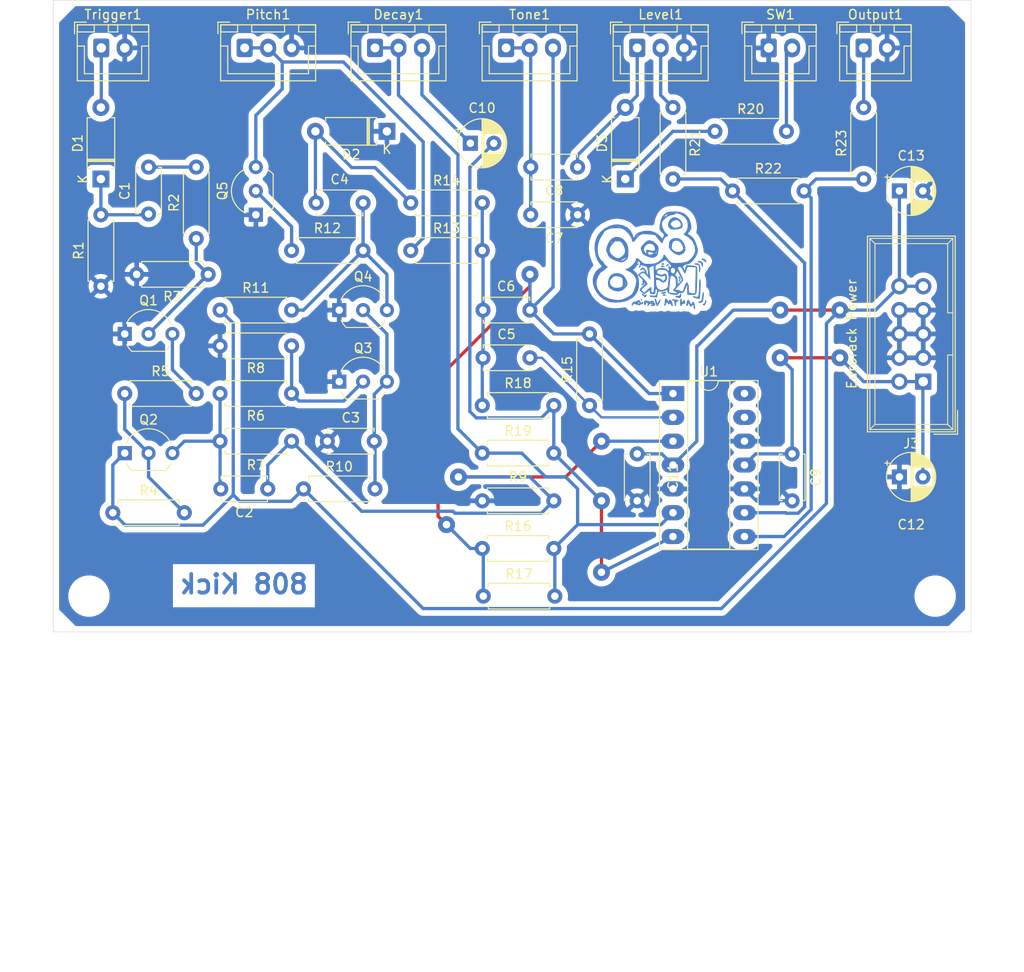
<source format=kicad_pcb>
(kicad_pcb (version 20171130) (host pcbnew "(5.1.7)-1")
  (layers (0 F.Cu signal) (31 B.Cu signal) (34 B.Paste user hide) (35 F.Paste user hide) (36 B.SilkS user hide) (37 F.SilkS user) (38 B.Mask user hide) (39 F.Mask user hide) (44 Edge.Cuts user))
  (net 0 "")
  (net 1 "Net-(C1-Pad2)")
  (net 2 "Net-(C1-Pad1)")
  (net 3 "Net-(C2-Pad2)")
  (net 4 "Net-(C2-Pad1)")
  (net 5 "Net-(C3-Pad2)")
  (net 6 GND)
  (net 7 "Net-(C4-Pad2)")
  (net 8 "Net-(C4-Pad1)")
  (net 9 "Net-(C5-Pad2)")
  (net 10 "Net-(C5-Pad1)")
  (net 11 "Net-(C6-Pad1)")
  (net 12 "Net-(C7-Pad2)")
  (net 13 "Net-(C8-Pad1)")
  (net 14 +VDC)
  (net 15 -VDC)
  (net 16 "Net-(C10-Pad2)")
  (net 17 "Net-(C10-Pad1)")
  (net 18 Trigger)
  (net 19 "Net-(D3-Pad1)")
  (net 20 "Net-(Q1-Pad3)")
  (net 21 "Net-(Q1-Pad2)")
  (net 22 "Net-(Q2-Pad2)")
  (net 23 "Net-(Q3-Pad2)")
  (net 24 "Net-(Q5-Pad2)")
  (net 25 "Net-(R20-Pad2)")
  (net 26 "Net-(R21-Pad2)")
  (net 27 "Net-(R22-Pad2)")
  (net 28 Output)
  (net 29 "Net-(U1-Pad13)")
  (net 30 "Net-(Decay1-Pad1)")
  (net 31 "Net-(Level1-Pad2)")
  (net 32 "Net-(Pitch1-Pad1)")
  (module Package_TO_SOT_THT:TO-92_Inline_Wide (layer F.Cu) (at 93.98 81.28 90)
    (fp_text reference Q5 (at 2.54 -3.56 90) (layer F.SilkS))
    (fp_text value 2N3904)
    (pad 1 thru_hole rect (at 0 0 180) (size 1.5 1.5) (drill 0.8) (layers *.Cu *.Mask) (net 6 GND))
    (pad 3 thru_hole circle (at 5.08 0 180) (size 1.5 1.5) (drill 0.8) (layers *.Cu *.Mask) (net 32 "Net-(Pitch1-Pad1)"))
    (pad 2 thru_hole circle (at 2.54 0 180) (size 1.5 1.5) (drill 0.8) (layers *.Cu *.Mask) (net 24 "Net-(Q5-Pad2)"))
  )
  (module Package_TO_SOT_THT:TO-92_Inline_Wide (layer F.Cu) (at 102.87 91.44)
    (fp_text reference Q4 (at 2.54 -3.56) (layer F.SilkS))
    (fp_text value 2N3904)
    (pad 1 thru_hole rect (at 0 0 90) (size 1.5 1.5) (drill 0.8) (layers *.Cu *.Mask) (net 6 GND))
    (pad 3 thru_hole circle (at 5.08 0 90) (size 1.5 1.5) (drill 0.8) (layers *.Cu *.Mask) (net 7 "Net-(C4-Pad2)"))
    (pad 2 thru_hole circle (at 2.54 0 90) (size 1.5 1.5) (drill 0.8) (layers *.Cu *.Mask) (net 5 "Net-(C3-Pad2)"))
  )
  (module Package_TO_SOT_THT:TO-92_Inline_Wide (layer F.Cu) (at 102.87 99.06)
    (fp_text reference Q3 (at 2.54 -3.56) (layer F.SilkS))
    (fp_text value 2N3904)
    (pad 1 thru_hole rect (at 0 0 90) (size 1.5 1.5) (drill 0.8) (layers *.Cu *.Mask) (net 6 GND))
    (pad 3 thru_hole circle (at 5.08 0 90) (size 1.5 1.5) (drill 0.8) (layers *.Cu *.Mask) (net 5 "Net-(C3-Pad2)"))
    (pad 2 thru_hole circle (at 2.54 0 90) (size 1.5 1.5) (drill 0.8) (layers *.Cu *.Mask) (net 23 "Net-(Q3-Pad2)"))
  )
  (module Package_TO_SOT_THT:TO-92_Inline_Wide (layer F.Cu) (at 80.01 106.68)
    (fp_text reference Q2 (at 2.54 -3.56) (layer F.SilkS))
    (fp_text value 2N3906)
    (pad 1 thru_hole rect (at 0 0 90) (size 1.5 1.5) (drill 0.8) (layers *.Cu *.Mask) (net 14 +VDC))
    (pad 3 thru_hole circle (at 5.08 0 90) (size 1.5 1.5) (drill 0.8) (layers *.Cu *.Mask) (net 3 "Net-(C2-Pad2)"))
    (pad 2 thru_hole circle (at 2.54 0 90) (size 1.5 1.5) (drill 0.8) (layers *.Cu *.Mask) (net 22 "Net-(Q2-Pad2)"))
  )
  (module Package_TO_SOT_THT:TO-92_Inline_Wide (layer F.Cu) (at 80.01 93.98)
    (fp_text reference Q1 (at 2.54 -3.56) (layer F.SilkS))
    (fp_text value 2N3904)
    (pad 1 thru_hole rect (at 0 0 90) (size 1.5 1.5) (drill 0.8) (layers *.Cu *.Mask) (net 6 GND))
    (pad 3 thru_hole circle (at 5.08 0 90) (size 1.5 1.5) (drill 0.8) (layers *.Cu *.Mask) (net 20 "Net-(Q1-Pad3)"))
    (pad 2 thru_hole circle (at 2.54 0 90) (size 1.5 1.5) (drill 0.8) (layers *.Cu *.Mask) (net 21 "Net-(Q1-Pad2)"))
  )
  (module Connector_IDC:IDC-Header_2x05_P2.54mm_Vertical (layer F.Cu) (at 165.1 99.06 180)
    (fp_text reference J3 (at 1.27 -6.604) (layer F.SilkS))
    (fp_text value "Eurorack Power" (at 7.62 5.08 90) (layer F.SilkS))
    (pad 10 thru_hole oval (at 2.54 10.16 180) (size 1.7272 1.7272) (drill 1.016) (layers *.Cu *.Mask) (net 14 +VDC))
    (pad 9 thru_hole oval (at 0 10.16 180) (size 1.7272 1.7272) (drill 1.016) (layers *.Cu *.Mask) (net 14 +VDC))
    (pad 8 thru_hole oval (at 2.54 7.62 180) (size 1.7272 1.7272) (drill 1.016) (layers *.Cu *.Mask) (net 6 GND))
    (pad 7 thru_hole oval (at 0 7.62 180) (size 1.7272 1.7272) (drill 1.016) (layers *.Cu *.Mask) (net 6 GND))
    (pad 6 thru_hole oval (at 2.54 5.08 180) (size 1.7272 1.7272) (drill 1.016) (layers *.Cu *.Mask) (net 6 GND))
    (pad 5 thru_hole oval (at 0 5.08 180) (size 1.7272 1.7272) (drill 1.016) (layers *.Cu *.Mask) (net 6 GND))
    (pad 4 thru_hole oval (at 2.54 2.54 180) (size 1.7272 1.7272) (drill 1.016) (layers *.Cu *.Mask) (net 6 GND))
    (pad 3 thru_hole oval (at 0 2.54 180) (size 1.7272 1.7272) (drill 1.016) (layers *.Cu *.Mask) (net 6 GND))
    (pad 2 thru_hole oval (at 2.54 0 180) (size 1.7272 1.7272) (drill 1.016) (layers *.Cu *.Mask) (net 15 -VDC))
    (pad 1 thru_hole rect (at 0 0 180) (size 1.7272 1.7272) (drill 1.016) (layers *.Cu *.Mask) (net 15 -VDC))
  )
  (module Fiducial:808_logo_4 (layer F.Cu) (at 135.89 86.36)
    (fp_text reference G*** hide)
    (fp_text value LOGO hide)
    (fp_poly (pts (xy 1.59609 0.132006) (xy 1.608667 0.169334) (xy 1.537541 0.237459) (xy 1.434336 0.254) (xy 1.317266 0.221407) (xy 1.312333 0.169334) (xy 1.434835 0.091429) (xy 1.486663 0.084667) (xy 1.59609 0.132006)) (layer B.Cu) (width 0.01))
    (fp_poly (pts (xy 2.091502 0.192331) (xy 2.039803 0.286845) (xy 2.032 0.296334) (xy 1.911117 0.402693) (xy 1.854957 0.423334) (xy 1.817291 0.360859) (xy 1.832049 0.296334) (xy 1.944445 0.183715) (xy 2.009092 0.169334) (xy 2.091502 0.192331)) (layer B.Cu) (width 0.01))
    (fp_poly (pts (xy 1.643088 0.410532) (xy 1.602785 0.462416) (xy 1.444264 0.489262) (xy 1.434894 0.489579) (xy 1.273802 0.472449) (xy 1.229261 0.421127) (xy 1.23114 0.417714) (xy 1.352179 0.350394) (xy 1.524067 0.347628) (xy 1.643088 0.410532)) (layer B.Cu) (width 0.01))
    (fp_poly (pts (xy 3.28751 1.581592) (xy 3.345275 1.776366) (xy 3.334971 1.898867) (xy 3.251346 2.01076) (xy 3.163399 2.022199) (xy 3.132667 1.947334) (xy 3.198396 1.86681) (xy 3.2277 1.862667) (xy 3.274081 1.823657) (xy 3.219696 1.738514) (xy 3.149381 1.582151) (xy 3.152809 1.505906) (xy 3.209366 1.475288) (xy 3.28751 1.581592)) (layer B.Cu) (width 0.01))
    (fp_poly (pts (xy 3.175911 -4.656104) (xy 3.176037 -4.656026) (xy 3.390328 -4.459131) (xy 3.529731 -4.206778) (xy 3.578402 -3.949508) (xy 3.520497 -3.737865) (xy 3.478907 -3.689854) (xy 3.272744 -3.583805) (xy 2.974477 -3.518473) (xy 2.651385 -3.499271) (xy 2.370746 -3.531611) (xy 2.233052 -3.589626) (xy 2.043859 -3.808059) (xy 2.01342 -4.070488) (xy 2.286 -4.070488) (xy 2.354934 -3.936537) (xy 2.516516 -3.79659) (xy 2.702915 -3.698688) (xy 2.830837 -3.684599) (xy 2.976043 -3.72151) (xy 3.153833 -3.762208) (xy 3.334072 -3.844708) (xy 3.38666 -4.005933) (xy 3.386667 -4.008521) (xy 3.316277 -4.241116) (xy 3.141619 -4.427265) (xy 2.917462 -4.520368) (xy 2.791722 -4.514739) (xy 2.531206 -4.402924) (xy 2.346828 -4.234198) (xy 2.286 -4.070488) (xy 2.01342 -4.070488) (xy 2.01227 -4.080394) (xy 2.073959 -4.288507) (xy 2.273991 -4.622891) (xy 2.52467 -4.795734) (xy 2.825482 -4.806862) (xy 3.175911 -4.656104)) (layer B.Cu) (width 0.01))
    (fp_poly (pts (xy 3.069036 -2.586306) (xy 3.397783 -2.423468) (xy 3.661266 -2.110801) (xy 3.719526 -2.001663) (xy 3.854369 -1.603828) (xy 3.850085 -1.269531) (xy 3.7097 -1.014603) (xy 3.505282 -0.88004) (xy 3.313899 -0.804431) (xy 3.205233 -0.76976) (xy 3.198886 -0.769636) (xy 3.109868 -0.795929) (xy 2.925992 -0.849455) (xy 2.910118 -0.854058) (xy 2.664592 -0.974198) (xy 2.41844 -1.170501) (xy 2.21893 -1.396345) (xy 2.113333 -1.605105) (xy 2.112459 -1.611012) (xy 2.403787 -1.611012) (xy 2.435404 -1.45789) (xy 2.548551 -1.324721) (xy 2.586065 -1.291166) (xy 2.860654 -1.138206) (xy 3.159823 -1.106108) (xy 3.425921 -1.19597) (xy 3.516785 -1.273445) (xy 3.60907 -1.394986) (xy 3.628583 -1.5168) (xy 3.578744 -1.704996) (xy 3.544164 -1.802612) (xy 3.365 -2.122347) (xy 3.119807 -2.302863) (xy 2.82882 -2.331653) (xy 2.72871 -2.30657) (xy 2.573236 -2.221966) (xy 2.48285 -2.065136) (xy 2.434385 -1.856013) (xy 2.403787 -1.611012) (xy 2.112459 -1.611012) (xy 2.107295 -1.645906) (xy 2.116977 -1.905) (xy 2.201333 -1.905) (xy 2.243667 -1.862666) (xy 2.286 -1.905) (xy 2.243667 -1.947333) (xy 2.201333 -1.905) (xy 2.116977 -1.905) (xy 2.122669 -2.057307) (xy 2.229466 -2.339998) (xy 2.440863 -2.515442) (xy 2.688043 -2.591867) (xy 3.069036 -2.586306)) (layer B.Cu) (width 0.01))
    (fp_poly (pts (xy 0.154382 -2.341337) (xy 0.488332 -2.209777) (xy 0.751407 -1.982306) (xy 0.922159 -1.780765) (xy 0.997423 -1.614735) (xy 1.00307 -1.403945) (xy 0.987168 -1.250741) (xy 0.927589 -0.918897) (xy 0.826025 -0.710285) (xy 0.653038 -0.579269) (xy 0.518579 -0.524375) (xy 0.328061 -0.490977) (xy 0.103076 -0.531531) (xy -0.14995 -0.626806) (xy -0.461039 -0.767293) (xy -0.640638 -0.874637) (xy -0.718296 -0.968043) (xy -0.726979 -1.001889) (xy -0.760238 -1.121315) (xy -0.790479 -1.2065) (xy -0.863955 -1.412406) (xy -0.875486 -1.447353) (xy -0.56651 -1.447353) (xy -0.564737 -1.309144) (xy -0.477441 -1.149088) (xy -0.476893 -1.14825) (xy -0.345553 -0.973034) (xy -0.282531 -0.95072) (xy -0.289671 -1.081363) (xy -0.293248 -1.096863) (xy -0.113479 -1.096863) (xy -0.105968 -0.976729) (xy -0.104992 -0.971588) (xy -0.056896 -0.853701) (xy 0.051636 -0.815839) (xy 0.258542 -0.852664) (xy 0.414285 -0.898521) (xy 0.49385 -0.954986) (xy 0.420553 -1.011003) (xy 0.677333 -1.011003) (xy 0.704541 -0.934075) (xy 0.766976 -1.001186) (xy 0.794305 -1.062731) (xy 0.800222 -1.15013) (xy 0.76103 -1.1424) (xy 0.680342 -1.033999) (xy 0.677333 -1.011003) (xy 0.420553 -1.011003) (xy 0.407813 -1.020739) (xy 0.159495 -1.093318) (xy 0.147759 -1.095985) (xy -0.043112 -1.129622) (xy -0.113479 -1.096863) (xy -0.293248 -1.096863) (xy -0.303899 -1.143) (xy -0.328949 -1.27231) (xy -0.298649 -1.333777) (xy -0.179889 -1.336022) (xy 0.060437 -1.287667) (xy 0.162133 -1.264365) (xy 0.441063 -1.223468) (xy 0.589877 -1.27273) (xy 0.600222 -1.312333) (xy 0.762 -1.312333) (xy 0.804333 -1.27) (xy 0.846667 -1.312333) (xy 0.804333 -1.354666) (xy 0.762 -1.312333) (xy 0.600222 -1.312333) (xy 0.630237 -1.427226) (xy 0.611356 -1.576968) (xy 0.493892 -1.82524) (xy 0.286067 -1.968869) (xy 0.032909 -2.004918) (xy -0.220559 -1.930452) (xy -0.429308 -1.742533) (xy -0.483958 -1.6484) (xy -0.56651 -1.447353) (xy -0.875486 -1.447353) (xy -0.88967 -1.490338) (xy -0.853681 -1.633892) (xy -0.692276 -1.85303) (xy -0.544788 -2.008407) (xy -0.322396 -2.217144) (xy -0.162897 -2.325397) (xy -0.014904 -2.357636) (xy 0.154382 -2.341337)) (layer B.Cu) (width 0.01))
    (fp_poly (pts (xy -3.219296 -2.700797) (xy -2.867822 -2.553476) (xy -2.564149 -2.284331) (xy -2.365271 -1.962366) (xy -2.259863 -1.670814) (xy -2.215168 -1.368406) (xy -2.219229 -0.984118) (xy -2.243367 -0.665012) (xy -2.286023 -0.46291) (xy -2.366037 -0.325484) (xy -2.50104 -0.201372) (xy -2.70057 -0.069447) (xy -2.899712 -0.019306) (xy -3.152043 -0.047121) (xy -3.460044 -0.132855) (xy -3.595293 -0.188798) (xy -3.023777 -0.188798) (xy -2.989511 -0.172216) (xy -2.946888 -0.170581) (xy -2.793066 -0.22385) (xy -2.599623 -0.356558) (xy -2.565888 -0.386109) (xy -2.428032 -0.516525) (xy -2.413764 -0.549378) (xy -2.518529 -0.497795) (xy -2.529151 -0.491942) (xy -2.814813 -0.33234) (xy -2.972617 -0.236733) (xy -3.023777 -0.188798) (xy -3.595293 -0.188798) (xy -3.789921 -0.269301) (xy -4.082343 -0.448226) (xy -4.298519 -0.640283) (xy -4.399655 -0.816124) (xy -4.402667 -0.845979) (xy -4.442544 -1.006261) (xy -4.487333 -1.058333) (xy -4.5554 -1.179828) (xy -4.205334 -1.179828) (xy -4.046302 -0.89225) (xy -3.879427 -0.726264) (xy -3.575512 -0.509497) (xy -3.317397 -0.439069) (xy -3.06788 -0.513723) (xy -2.834077 -0.690937) (xy -2.626097 -0.930837) (xy -2.548532 -1.178711) (xy -2.595749 -1.477738) (xy -2.697775 -1.735666) (xy -2.877382 -2.057974) (xy -3.062956 -2.22837) (xy -3.275738 -2.263587) (xy -3.350328 -2.249727) (xy -3.500127 -2.227934) (xy -3.516697 -2.280281) (xy -3.503967 -2.303773) (xy -3.517529 -2.319505) (xy -3.626372 -2.236914) (xy -3.71414 -2.159) (xy -4.040378 -1.803458) (xy -4.203734 -1.480316) (xy -4.205334 -1.179828) (xy -4.5554 -1.179828) (xy -4.565286 -1.197473) (xy -4.559471 -1.433422) (xy -4.484795 -1.725379) (xy -4.356163 -2.03254) (xy -4.353202 -2.037512) (xy -4.043242 -2.037512) (xy -4.03166 -2.032) (xy -3.954395 -2.091603) (xy -3.937 -2.116666) (xy -3.915425 -2.195821) (xy -3.927007 -2.201333) (xy -4.004272 -2.14173) (xy -4.021667 -2.116666) (xy -4.043242 -2.037512) (xy -4.353202 -2.037512) (xy -4.188482 -2.314101) (xy -3.996658 -2.529261) (xy -3.932309 -2.577621) (xy -3.585236 -2.713208) (xy -3.219296 -2.700797)) (layer B.Cu) (width 0.01))
    (fp_poly (pts (xy -3.126328 1.18704) (xy -2.881906 1.285074) (xy -2.689177 1.455613) (xy -2.535256 1.672117) (xy -2.354533 2.00795) (xy -2.301371 2.273846) (xy -2.376799 2.512401) (xy -2.561167 2.744882) (xy -2.906661 2.999794) (xy -3.294881 3.091499) (xy -3.72029 3.019097) (xy -3.871298 2.957458) (xy -4.183013 2.766244) (xy -4.348562 2.530366) (xy -4.39099 2.208758) (xy -4.387263 2.159035) (xy -4.196235 2.159035) (xy -4.081349 2.42022) (xy -4.03049 2.480145) (xy -3.82493 2.645281) (xy -3.575057 2.706104) (xy -3.46981 2.709334) (xy -3.20508 2.688345) (xy -2.990227 2.636411) (xy -2.957767 2.621688) (xy -2.851895 2.521746) (xy -2.845443 2.497667) (xy -2.624667 2.497667) (xy -2.582333 2.54) (xy -2.54 2.497667) (xy -2.582333 2.455334) (xy -2.624667 2.497667) (xy -2.845443 2.497667) (xy -2.802949 2.339089) (xy -2.797217 2.201334) (xy -2.526632 2.201334) (xy -2.513326 2.321529) (xy -2.483927 2.307167) (xy -2.472744 2.133825) (xy -2.483927 2.0955) (xy -2.51483 2.084864) (xy -2.526632 2.201334) (xy -2.797217 2.201334) (xy -2.794 2.124055) (xy -2.823352 1.805117) (xy -2.933244 1.611022) (xy -3.156431 1.504163) (xy -3.36805 1.464959) (xy -3.6294 1.459523) (xy -3.828736 1.547631) (xy -3.918516 1.620737) (xy -4.141971 1.892647) (xy -4.196235 2.159035) (xy -4.387263 2.159035) (xy -4.379257 2.052264) (xy -4.266293 1.627427) (xy -4.045266 1.328925) (xy -3.728949 1.165581) (xy -3.330119 1.146216) (xy -3.126328 1.18704)) (layer B.Cu) (width 0.01))
    (fp_poly (pts (xy 5.864125 -0.372626) (xy 6.027404 -0.25494) (xy 6.096 -0.124021) (xy 6.051794 -0.012296) (xy 5.959859 -0.029455) (xy 5.896049 -0.127) (xy 5.782898 -0.23963) (xy 5.717657 -0.254) (xy 5.60329 -0.2989) (xy 5.588 -0.338666) (xy 5.653159 -0.419987) (xy 5.678233 -0.423333) (xy 5.864125 -0.372626)) (layer B.Cu) (width 0.01))
    (fp_poly (pts (xy 5.394386 -0.1559) (xy 5.587905 -0.084717) (xy 5.716821 0.076403) (xy 5.738787 0.253949) (xy 5.71975 0.45619) (xy 5.680706 0.49648) (xy 5.627676 0.381) (xy 5.564568 0.178996) (xy 5.548324 0.127) (xy 5.441874 0.022831) (xy 5.336657 0) (xy 5.19764 -0.034965) (xy 5.164667 -0.084666) (xy 5.231337 -0.157783) (xy 5.394386 -0.1559)) (layer B.Cu) (width 0.01))
    (fp_poly (pts (xy 5.232427 0.116589) (xy 5.303441 0.149463) (xy 5.385383 0.282224) (xy 5.43695 0.511742) (xy 5.448733 0.766745) (xy 5.412233 0.973667) (xy 5.356433 1.073284) (xy 5.333009 1.058334) (xy 5.324291 0.926027) (xy 5.318139 0.698007) (xy 5.317116 0.613834) (xy 5.306236 0.387822) (xy 5.257082 0.283941) (xy 5.137318 0.25509) (xy 5.070058 0.254) (xy 4.896061 0.228558) (xy 4.826 0.169334) (xy 4.895805 0.106501) (xy 5.055928 0.087894) (xy 5.232427 0.116589)) (layer B.Cu) (width 0.01))
    (fp_poly (pts (xy 1.823301 3.142059) (xy 1.836622 3.188747) (xy 1.826581 3.207224) (xy 1.700572 3.286684) (xy 1.498477 3.329197) (xy 1.312178 3.319291) (xy 1.268644 3.301162) (xy 1.270096 3.247104) (xy 1.411479 3.193757) (xy 1.443087 3.186949) (xy 1.701273 3.141944) (xy 1.823301 3.142059)) (layer B.Cu) (width 0.01))
    (fp_poly (pts (xy 1.746247 3.422123) (xy 1.778 3.471334) (xy 1.707087 3.540124) (xy 1.608667 3.556) (xy 1.471086 3.520544) (xy 1.439333 3.471334) (xy 1.510246 3.402543) (xy 1.608667 3.386667) (xy 1.746247 3.422123)) (layer B.Cu) (width 0.01))
    (fp_poly (pts (xy -0.663798 3.360575) (xy -0.5918 3.430044) (xy -0.473514 3.510793) (xy -0.369767 3.462011) (xy -0.27241 3.402988) (xy -0.265424 3.473567) (xy -0.305392 3.591409) (xy -0.377036 3.70493) (xy -0.47902 3.693498) (xy -0.642065 3.550692) (xy -0.677333 3.513667) (xy -0.785616 3.375135) (xy -0.798182 3.304364) (xy -0.787126 3.302) (xy -0.663798 3.360575)) (layer B.Cu) (width 0.01))
    (fp_poly (pts (xy 3.39451 3.360644) (xy 3.427624 3.484612) (xy 3.38867 3.648136) (xy 3.305655 3.774096) (xy 3.235521 3.79847) (xy 3.111514 3.774686) (xy 2.9845 3.750248) (xy 2.822507 3.684007) (xy 2.810128 3.607938) (xy 2.936806 3.567158) (xy 3.026417 3.571108) (xy 3.208829 3.558134) (xy 3.269834 3.4925) (xy 3.295066 3.333769) (xy 3.340454 3.313684) (xy 3.39451 3.360644)) (layer B.Cu) (width 0.01))
    (fp_poly (pts (xy 5.462809 1.857684) (xy 5.479924 2.078373) (xy 5.481541 2.412529) (xy 5.468063 2.832612) (xy 5.439891 3.311079) (xy 5.400431 3.788834) (xy 5.370262 3.863599) (xy 5.275568 3.880955) (xy 5.080815 3.840456) (xy 4.881878 3.782327) (xy 4.670038 3.696269) (xy 4.61853 3.631306) (xy 4.718362 3.606873) (xy 4.947948 3.639527) (xy 5.136105 3.670692) (xy 5.225804 3.622437) (xy 5.271598 3.45506) (xy 5.281444 3.396822) (xy 5.30664 3.158764) (xy 5.325087 2.821791) (xy 5.333009 2.456296) (xy 5.333068 2.434167) (xy 5.34574 2.055671) (xy 5.381981 1.836082) (xy 5.429794 1.778) (xy 5.462809 1.857684)) (layer B.Cu) (width 0.01))
    (fp_poly (pts (xy -0.765446 3.956127) (xy -0.762 3.979334) (xy -0.790887 4.061799) (xy -0.799337 4.064) (xy -0.871623 4.004671) (xy -0.889 3.979334) (xy -0.882287 3.901315) (xy -0.851664 3.894667) (xy -0.765446 3.956127)) (layer B.Cu) (width 0.01))
    (fp_poly (pts (xy 5.818334 3.198203) (xy 5.823561 3.354606) (xy 5.809902 3.58199) (xy 5.781317 3.832245) (xy 5.741766 4.057262) (xy 5.706048 4.183797) (xy 5.609495 4.273193) (xy 5.452836 4.315625) (xy 5.308651 4.303221) (xy 5.249333 4.233334) (xy 5.320013 4.163835) (xy 5.413479 4.148667) (xy 5.522359 4.11266) (xy 5.593263 3.979313) (xy 5.642169 3.7465) (xy 5.680907 3.499241) (xy 5.706136 3.327085) (xy 5.710857 3.287889) (xy 5.768105 3.183958) (xy 5.79026 3.160889) (xy 5.818334 3.198203)) (layer B.Cu) (width 0.01))
    (fp_poly (pts (xy 3.259101 -5.393244) (xy 3.66709 -5.251187) (xy 4.009682 -4.987544) (xy 4.192857 -4.773706) (xy 4.309473 -4.56439) (xy 4.403882 -4.294009) (xy 4.468854 -4.006051) (xy 4.497156 -3.744002) (xy 4.481558 -3.551349) (xy 4.414828 -3.471581) (xy 4.409429 -3.471333) (xy 4.345778 -3.423878) (xy 4.356753 -3.39246) (xy 4.333734 -3.29143) (xy 4.231005 -3.191365) (xy 4.12827 -3.108453) (xy 4.131658 -3.042206) (xy 4.258052 -2.950814) (xy 4.350357 -2.895771) (xy 4.588944 -2.725747) (xy 4.770766 -2.513674) (xy 4.923338 -2.217762) (xy 5.073977 -1.796852) (xy 5.163095 -1.495163) (xy 5.196318 -1.287398) (xy 5.177239 -1.108944) (xy 5.12212 -0.93073) (xy 4.984173 -0.63866) (xy 4.788417 -0.344019) (xy 4.567813 -0.085406) (xy 4.355324 0.098577) (xy 4.183914 0.169328) (xy 4.182749 0.169334) (xy 3.966465 0.208532) (xy 3.787208 0.279051) (xy 3.64721 0.370107) (xy 3.624113 0.477981) (xy 3.681616 0.638885) (xy 3.787505 0.889) (xy 3.868759 0.592667) (xy 3.950014 0.296334) (xy 4.451507 0.324702) (xy 4.738201 0.352939) (xy 4.960498 0.396598) (xy 5.050219 0.433753) (xy 5.090726 0.536397) (xy 5.115021 0.771018) (xy 5.123642 1.149129) (xy 5.117128 1.682245) (xy 5.114214 1.802385) (xy 5.099497 2.372345) (xy 5.083781 2.794885) (xy 5.059344 3.09178) (xy 5.018464 3.28481) (xy 4.95342 3.395754) (xy 4.85649 3.446388) (xy 4.719952 3.458491) (xy 4.536084 3.453841) (xy 4.528739 3.453644) (xy 4.064 3.441416) (xy 4.06004 2.884875) (xy 4.056079 2.328334) (xy 3.893378 2.745019) (xy 3.753398 3.052829) (xy 3.617457 3.218856) (xy 3.458319 3.26774) (xy 3.335345 3.249846) (xy 3.161984 3.264938) (xy 3.101437 3.345929) (xy 3.041868 3.426505) (xy 2.917202 3.45465) (xy 2.682754 3.437669) (xy 2.603128 3.427414) (xy 2.253302 3.360687) (xy 2.046407 3.266007) (xy 2.007062 3.205693) (xy 2.104435 3.205693) (xy 2.385718 3.240297) (xy 2.691665 3.275414) (xy 2.865938 3.285769) (xy 2.944501 3.270503) (xy 2.963315 3.228758) (xy 2.963333 3.226512) (xy 2.891579 3.151977) (xy 2.751667 3.097899) (xy 2.578991 3.026031) (xy 2.566862 2.951877) (xy 2.814442 2.951877) (xy 2.918381 2.933721) (xy 3.078009 2.935872) (xy 3.272144 3.004996) (xy 3.453146 3.077474) (xy 3.565543 3.084436) (xy 3.622397 2.987339) (xy 3.702343 2.777949) (xy 3.764479 2.580769) (xy 3.875609 2.278098) (xy 3.986123 2.1302) (xy 4.029028 2.116667) (xy 4.116683 2.155676) (xy 4.109949 2.195483) (xy 4.121753 2.303535) (xy 4.152786 2.330879) (xy 4.216437 2.449354) (xy 4.229862 2.611896) (xy 4.215794 2.938735) (xy 4.238214 3.133656) (xy 4.315724 3.233127) (xy 4.466927 3.273618) (xy 4.572124 3.282879) (xy 4.910667 3.306091) (xy 4.921327 2.732546) (xy 4.928692 2.377488) (xy 4.939007 1.93224) (xy 4.950414 1.475873) (xy 4.954177 1.3335) (xy 4.976367 0.508) (xy 4.66835 0.501522) (xy 4.421645 0.489857) (xy 4.23271 0.470098) (xy 4.220721 0.467936) (xy 4.112873 0.503019) (xy 4.02158 0.671441) (xy 3.976884 0.813081) (xy 3.903629 1.034623) (xy 3.837892 1.167898) (xy 3.815868 1.185334) (xy 3.749353 1.116001) (xy 3.64298 0.93927) (xy 3.577264 0.811111) (xy 3.45025 0.582487) (xy 3.34197 0.483583) (xy 3.221726 0.482319) (xy 3.082598 0.532631) (xy 3.048 0.562322) (xy 3.083387 0.648925) (xy 3.177172 0.847329) (xy 3.310788 1.118501) (xy 3.344333 1.185334) (xy 3.485355 1.476014) (xy 3.589971 1.71194) (xy 3.639155 1.849699) (xy 3.640667 1.861567) (xy 3.585921 1.962128) (xy 3.441744 2.144795) (xy 3.23823 2.371727) (xy 3.218204 2.392848) (xy 2.952974 2.686254) (xy 2.818443 2.872496) (xy 2.814442 2.951877) (xy 2.566862 2.951877) (xy 2.561916 2.921644) (xy 2.697697 2.762281) (xy 2.709333 2.751667) (xy 2.82576 2.592697) (xy 2.872184 2.367525) (xy 2.853452 2.038251) (xy 2.825084 1.846186) (xy 2.754835 1.611864) (xy 2.615931 1.48398) (xy 2.533985 1.449923) (xy 2.433724 1.417152) (xy 2.360967 1.415525) (xy 2.308337 1.46826) (xy 2.268453 1.598577) (xy 2.233937 1.829696) (xy 2.19741 2.184837) (xy 2.15578 2.640013) (xy 2.104435 3.205693) (xy 2.007062 3.205693) (xy 1.956526 3.128224) (xy 1.947333 3.044122) (xy 1.933807 2.948459) (xy 1.862937 2.941861) (xy 1.689288 3.020375) (xy 1.687063 3.021485) (xy 1.412597 3.104112) (xy 1.189221 3.103811) (xy 1.035114 3.0874) (xy 0.955432 3.147348) (xy 0.909158 3.324431) (xy 0.897711 3.393602) (xy 0.843774 3.730908) (xy 0.44816 3.701107) (xy 0.208325 3.665934) (xy 0.05154 3.610752) (xy 0.022544 3.5813) (xy 0.076123 3.528063) (xy 0.281671 3.524548) (xy 0.356104 3.531676) (xy 0.585561 3.54869) (xy 0.706127 3.509552) (xy 0.776803 3.380155) (xy 0.812896 3.267603) (xy 0.863329 3.044042) (xy 0.83514 2.914623) (xy 0.791729 2.868207) (xy 0.715894 2.835587) (xy 0.682825 2.925092) (xy 0.677333 3.079967) (xy 0.66543 3.283139) (xy 0.596776 3.368281) (xy 0.421956 3.386536) (xy 0.381 3.386667) (xy 0.181039 3.371329) (xy 0.099107 3.300209) (xy 0.084667 3.164951) (xy 0.084667 2.943236) (xy -0.510679 3.397328) (xy -0.758655 3.201497) (xy -0.922606 3.048508) (xy -1.008076 2.923071) (xy -1.011316 2.906855) (xy -0.953455 2.801291) (xy -0.799868 2.636442) (xy -0.665569 2.516956) (xy -0.462822 2.325174) (xy -0.393026 2.200322) (xy -0.411569 2.166271) (xy -0.495549 2.174772) (xy -0.508 2.229612) (xy -0.576857 2.362029) (xy -0.647118 2.405935) (xy -0.798836 2.42786) (xy -0.837362 2.369204) (xy -0.735433 2.272815) (xy -0.634488 2.180091) (xy -0.683006 2.067499) (xy -0.73896 1.968919) (xy -0.684878 1.947334) (xy -0.683045 1.895076) (xy -0.782045 1.760537) (xy -0.898463 1.635893) (xy -1.209904 1.324452) (xy -1.181618 1.301517) (xy -1.021424 1.301517) (xy -0.595379 1.732921) (xy -0.385319 1.957269) (xy -0.23314 2.142011) (xy -0.16966 2.249503) (xy -0.169333 2.253326) (xy -0.230468 2.352938) (xy -0.38698 2.510966) (xy -0.513507 2.618912) (xy -0.710616 2.784217) (xy -0.79253 2.888629) (xy -0.778398 2.974338) (xy -0.712051 3.056415) (xy -0.590502 3.177505) (xy -0.531559 3.217334) (xy -0.455628 3.164203) (xy -0.299681 3.028348) (xy -0.184848 2.921735) (xy 0.007344 2.751991) (xy 0.153995 2.644731) (xy 0.199763 2.625401) (xy 0.239023 2.698451) (xy 0.242075 2.879311) (xy 0.237931 2.921) (xy 0.23116 3.124997) (xy 0.286123 3.208034) (xy 0.346775 3.217334) (xy 0.421525 3.192851) (xy 0.475821 3.106274) (xy 0.511623 2.937907) (xy 0.53089 2.668055) (xy 0.535582 2.277025) (xy 0.530987 1.9685) (xy 0.726722 1.9685) (xy 0.737072 2.165278) (xy 0.747889 2.354702) (xy 0.81656 2.592403) (xy 0.941613 2.785529) (xy 1.105356 2.916182) (xy 1.296402 2.940438) (xy 1.417703 2.922702) (xy 1.663317 2.85873) (xy 1.854088 2.779562) (xy 1.861438 2.775119) (xy 1.941026 2.684778) (xy 1.997693 2.509411) (xy 2.039236 2.217046) (xy 2.06137 1.955411) (xy 2.078275 1.492091) (xy 2.057147 1.309772) (xy 2.755547 1.309772) (xy 2.841318 1.390392) (xy 2.976761 1.565381) (xy 3.016134 1.707892) (xy 3.029294 1.959242) (xy 3.037301 2.114743) (xy 3.048 2.324485) (xy 3.503786 1.868699) (xy 3.254726 1.358475) (xy 3.121691 1.093372) (xy 3.039563 0.962617) (xy 2.987848 0.947015) (xy 2.946051 1.027371) (xy 2.935111 1.059125) (xy 2.850908 1.216521) (xy 2.770762 1.27) (xy 2.755547 1.309772) (xy 2.057147 1.309772) (xy 2.040764 1.168401) (xy 1.934068 0.959343) (xy 1.74342 0.83992) (xy 1.454051 0.785135) (xy 1.366183 0.778705) (xy 1.103746 0.771891) (xy 0.959417 0.802183) (xy 0.883216 0.886187) (xy 0.857131 0.947838) (xy 0.830393 1.091749) (xy 0.910492 1.186796) (xy 1.046789 1.252639) (xy 1.267012 1.318574) (xy 1.44434 1.286841) (xy 1.509425 1.255144) (xy 1.671256 1.193444) (xy 1.779955 1.248784) (xy 1.830712 1.312209) (xy 1.908096 1.484505) (xy 1.906868 1.591995) (xy 1.867237 1.778379) (xy 1.862667 1.856001) (xy 1.792744 1.997883) (xy 1.649753 2.10183) (xy 1.468071 2.153143) (xy 1.325053 2.084112) (xy 1.27516 2.037161) (xy 1.087242 1.901584) (xy 0.901555 1.84486) (xy 0.766217 1.873013) (xy 0.726722 1.9685) (xy 0.530987 1.9685) (xy 0.527659 1.74512) (xy 0.520852 1.467803) (xy 0.518677 1.385573) (xy 0.683838 1.385573) (xy 0.693233 1.465242) (xy 0.758707 1.605142) (xy 0.932135 1.669635) (xy 0.999688 1.677893) (xy 1.204757 1.729674) (xy 1.323065 1.818956) (xy 1.326246 1.82606) (xy 1.432645 1.942132) (xy 1.571984 1.9304) (xy 1.687802 1.806872) (xy 1.718009 1.714983) (xy 1.73763 1.48652) (xy 1.676871 1.402423) (xy 1.530162 1.455141) (xy 1.52747 1.456815) (xy 1.381828 1.50718) (xy 1.188654 1.477886) (xy 1.018128 1.41749) (xy 0.802281 1.336598) (xy 0.704094 1.324013) (xy 0.683838 1.385573) (xy 0.518677 1.385573) (xy 0.496931 0.563456) (xy 0.677333 0.563456) (xy 0.68365 0.760617) (xy 0.718975 0.815368) (xy 0.807873 0.75457) (xy 0.832167 0.732789) (xy 1.055069 0.623502) (xy 1.350991 0.588561) (xy 1.648413 0.626017) (xy 1.875818 0.733923) (xy 1.905 0.762) (xy 2.045165 0.900118) (xy 2.105541 0.899734) (xy 2.104769 0.879345) (xy 2.305461 0.879345) (xy 2.321871 0.978064) (xy 2.421837 1.144227) (xy 2.568149 1.182405) (xy 2.705615 1.100126) (xy 2.777907 0.915861) (xy 2.746278 0.699294) (xy 2.638631 0.600141) (xy 2.460354 0.572151) (xy 2.339699 0.67667) (xy 2.305461 0.879345) (xy 2.104769 0.879345) (xy 2.099901 0.75085) (xy 2.079919 0.635) (xy 2.06234 0.414777) (xy 2.117286 0.33867) (xy 2.117827 0.338667) (xy 2.171962 0.39031) (xy 2.159 0.423334) (xy 2.137255 0.498956) (xy 2.235264 0.48768) (xy 2.313425 0.459672) (xy 2.35682 0.401657) (xy 2.294371 0.283698) (xy 2.113723 0.08379) (xy 2.087517 0.057272) (xy 1.735667 -0.296799) (xy 1.314264 -0.0214) (xy 1.070033 0.127033) (xy 0.872764 0.22702) (xy 0.785097 0.254) (xy 0.707236 0.332116) (xy 0.677404 0.549431) (xy 0.677333 0.563456) (xy 0.496931 0.563456) (xy 0.491371 0.353272) (xy 0.23899 0.441253) (xy 0.097042 0.498812) (xy 0.027576 0.575606) (xy 0.013573 0.720094) (xy 0.038011 0.980735) (xy 0.04082 1.00545) (xy 0.079352 1.312451) (xy 0.119094 1.580937) (xy 0.139393 1.693334) (xy 0.14626 1.786562) (xy 0.096561 1.780745) (xy -0.027791 1.664488) (xy -0.194277 1.483079) (xy -0.399105 1.260434) (xy -0.533106 1.145316) (xy -0.636624 1.117524) (xy -0.750005 1.156855) (xy -0.796866 1.181337) (xy -1.021424 1.301517) (xy -1.181618 1.301517) (xy -0.964785 1.125706) (xy -0.765361 1.003445) (xy -0.592804 0.960482) (xy -0.5715 0.963553) (xy -0.442362 0.973709) (xy -0.454381 0.900665) (xy -0.552694 0.789878) (xy -0.681219 0.706935) (xy -0.807924 0.764981) (xy -0.80874 0.765657) (xy -0.938204 0.841826) (xy -0.973403 0.805946) (xy -0.904353 0.692838) (xy -0.846299 0.634667) (xy -0.723171 0.538404) (xy -0.62626 0.543381) (xy -0.486477 0.657845) (xy -0.462284 0.680511) (xy -0.328239 0.839195) (xy -0.281933 0.962823) (xy -0.28442 0.97315) (xy -0.266136 1.105585) (xy -0.195773 1.231214) (xy -0.125617 1.312229) (xy -0.098887 1.288421) (xy -0.109586 1.135832) (xy -0.131312 0.973667) (xy -0.174532 0.688614) (xy -0.217896 0.528498) (xy -0.284755 0.450523) (xy -0.398465 0.41189) (xy -0.443249 0.401997) (xy -0.675635 0.337069) (xy -0.797056 0.292833) (xy -0.909991 0.266945) (xy -0.903822 0.314685) (xy -0.913347 0.434358) (xy -0.974599 0.508774) (xy -1.076172 0.574058) (xy -1.089419 0.518781) (xy -1.016083 0.330541) (xy -1.003552 0.302825) (xy -0.949674 0.109995) (xy -1.011367 -0.036629) (xy -1.017245 -0.043834) (xy -1.119409 -0.128327) (xy -1.196982 -0.068683) (xy -1.19773 -0.067507) (xy -1.264083 0.081256) (xy -1.236889 0.142387) (xy -1.17435 0.120212) (xy -1.111024 0.119969) (xy -1.121433 0.178715) (xy -1.212663 0.272261) (xy -1.259417 0.275167) (xy -1.343715 0.322371) (xy -1.354667 0.377048) (xy -1.417061 0.513066) (xy -1.555408 0.651514) (xy -1.756148 0.802933) (xy -1.543337 0.931656) (xy -1.339069 1.144277) (xy -1.188706 1.47629) (xy -1.098857 1.884491) (xy -1.076129 2.325677) (xy -1.127129 2.756646) (xy -1.219231 3.050686) (xy -1.345845 3.282482) (xy -1.515723 3.515685) (xy -1.690477 3.704809) (xy -1.83172 3.804368) (xy -1.860046 3.81) (xy -1.979864 3.862121) (xy -2.047119 3.915834) (xy -2.295095 4.063724) (xy -2.661947 4.177168) (xy -3.099674 4.250455) (xy -3.560274 4.277876) (xy -3.995745 4.253721) (xy -4.318 4.18593) (xy -4.818133 3.95626) (xy -5.243268 3.626781) (xy -5.584035 3.222831) (xy -5.831062 2.769753) (xy -5.961905 2.336205) (xy -5.615237 2.336205) (xy -5.48118 2.794406) (xy -5.438522 2.878667) (xy -5.132425 3.32107) (xy -4.745331 3.642454) (xy -4.252695 3.858483) (xy -3.725333 3.972032) (xy -3.363475 4.00931) (xy -3.068053 3.992855) (xy -2.768951 3.91104) (xy -2.396051 3.752238) (xy -2.393925 3.751251) (xy -2.115529 3.59491) (xy -1.881518 3.417023) (xy -1.788067 3.316137) (xy -1.641938 3.041932) (xy -1.509501 2.677225) (xy -1.41151 2.29353) (xy -1.368723 1.962362) (xy -1.370269 1.876613) (xy -1.464603 1.589245) (xy -1.677844 1.299612) (xy -1.967137 1.055521) (xy -2.2225 0.925886) (xy -2.443128 0.826623) (xy -2.534267 0.741326) (xy -2.48471 0.687396) (xy -2.382587 0.677334) (xy -2.205439 0.615998) (xy -1.979262 0.459865) (xy -1.748311 0.25075) (xy -1.556843 0.030463) (xy -1.449112 -0.159181) (xy -1.439333 -0.213865) (xy -1.403156 -0.409365) (xy -1.292473 -0.458119) (xy -1.104063 -0.35992) (xy -0.899065 -0.179211) (xy -0.681856 0.020179) (xy -0.506633 0.124312) (xy -0.301913 0.163619) (xy -0.081462 0.168861) (xy 0.246421 0.152628) (xy 0.556818 0.11192) (xy 0.677333 0.084968) (xy 0.939712 -0.032564) (xy 1.196793 -0.217281) (xy 1.403707 -0.428557) (xy 1.515583 -0.625764) (xy 1.524 -0.681625) (xy 1.553977 -0.824575) (xy 1.644108 -0.809953) (xy 1.79469 -0.637593) (xy 1.906799 -0.470108) (xy 2.092542 -0.230498) (xy 2.296296 -0.046028) (xy 2.388775 0.007501) (xy 2.628387 0.056727) (xy 2.973488 0.068036) (xy 3.365334 0.044752) (xy 3.74518 -0.009803) (xy 4.036143 -0.085679) (xy 4.310635 -0.251299) (xy 4.572617 -0.52156) (xy 4.782037 -0.842073) (xy 4.898844 -1.158451) (xy 4.910667 -1.27325) (xy 4.834327 -1.809547) (xy 4.608872 -2.268124) (xy 4.239651 -2.640652) (xy 3.902137 -2.844009) (xy 3.718817 -2.939134) (xy 3.670848 -3.004091) (xy 3.741044 -3.08224) (xy 3.791956 -3.121971) (xy 4.001576 -3.381997) (xy 4.069885 -3.598333) (xy 4.233333 -3.598333) (xy 4.275667 -3.556) (xy 4.318 -3.598333) (xy 4.275667 -3.640666) (xy 4.233333 -3.598333) (xy 4.069885 -3.598333) (xy 4.110886 -3.728184) (xy 4.120134 -4.110452) (xy 4.029569 -4.478722) (xy 3.839438 -4.782913) (xy 3.78345 -4.836981) (xy 3.552321 -5.002849) (xy 3.295853 -5.133994) (xy 3.057694 -5.214824) (xy 2.881495 -5.229747) (xy 2.814278 -5.183168) (xy 2.71301 -5.102851) (xy 2.580789 -5.08) (xy 2.264857 -5.020668) (xy 1.942636 -4.864511) (xy 1.655862 -4.64429) (xy 1.446269 -4.392763) (xy 1.355591 -4.14269) (xy 1.354667 -4.117549) (xy 1.396725 -3.862889) (xy 1.50383 -3.567004) (xy 1.647374 -3.290621) (xy 1.798749 -3.094468) (xy 1.857105 -3.050976) (xy 1.998384 -2.938162) (xy 2.023261 -2.838207) (xy 1.921547 -2.79402) (xy 1.918122 -2.794) (xy 1.752352 -2.718904) (xy 1.596956 -2.526677) (xy 1.491922 -2.266913) (xy 1.491425 -2.264833) (xy 1.432462 -2.098967) (xy 1.37422 -2.038299) (xy 1.294191 -2.103396) (xy 1.145266 -2.267486) (xy 0.969448 -2.482799) (xy 0.626563 -2.921) (xy -0.004218 -2.991442) (xy -0.44947 -3.022387) (xy -0.775774 -2.989038) (xy -1.02629 -2.876034) (xy -1.244181 -2.668014) (xy -1.366387 -2.506637) (xy -1.566214 -2.264609) (xy -1.712293 -2.180085) (xy -1.802577 -2.253445) (xy -1.832932 -2.420241) (xy -1.902198 -2.621673) (xy -2.066449 -2.881376) (xy -2.28768 -3.152797) (xy -2.527889 -3.389384) (xy -2.584347 -3.429) (xy -2.286 -3.429) (xy -2.243667 -3.386666) (xy -2.201333 -3.429) (xy -2.243667 -3.471333) (xy -2.286 -3.429) (xy -2.584347 -3.429) (xy -2.749072 -3.544584) (xy -2.751951 -3.546006) (xy -3.007112 -3.618252) (xy -3.36095 -3.653922) (xy -3.746412 -3.651181) (xy -4.096446 -3.608196) (xy -4.191 -3.585365) (xy -4.443479 -3.489531) (xy -4.664521 -3.365443) (xy -4.803236 -3.24468) (xy -4.826 -3.191318) (xy -4.873152 -3.084867) (xy -4.990426 -2.906706) (xy -5.031114 -2.851851) (xy -5.271534 -2.439446) (xy -5.423714 -1.974029) (xy -5.488148 -1.491001) (xy -5.46533 -1.025763) (xy -5.355756 -0.613715) (xy -5.159919 -0.290257) (xy -4.993345 -0.148443) (xy -4.861513 -0.027338) (xy -4.826 0.056555) (xy -4.765 0.174927) (xy -4.617898 0.320721) (xy -4.614207 0.32364) (xy -4.402414 0.490236) (xy -4.70182 0.753118) (xy -4.894948 0.909194) (xy -5.041161 1.003396) (xy -5.079377 1.016) (xy -5.162823 1.083145) (xy -5.292019 1.255245) (xy -5.381651 1.398436) (xy -5.582179 1.873966) (xy -5.615237 2.336205) (xy -5.961905 2.336205) (xy -5.974979 2.292885) (xy -6.006414 1.817569) (xy -5.915996 1.369145) (xy -5.694354 0.972953) (xy -5.559749 0.828102) (xy -5.356703 0.657095) (xy -5.323947 0.635) (xy -4.910667 0.635) (xy -4.868333 0.677334) (xy -4.826 0.635) (xy -4.868333 0.592667) (xy -4.910667 0.635) (xy -5.323947 0.635) (xy -5.179084 0.537287) (xy -5.140862 0.519001) (xy -5.065196 0.470519) (xy -5.073704 0.390034) (xy -5.178978 0.241656) (xy -5.280705 0.120421) (xy -5.529778 -0.263192) (xy -5.707224 -0.761593) (xy -5.716312 -0.797143) (xy -5.817506 -1.491852) (xy -5.766595 -2.13412) (xy -5.642951 -2.497666) (xy -5.503333 -2.497666) (xy -5.461 -2.455333) (xy -5.418667 -2.497666) (xy -5.461 -2.54) (xy -5.503333 -2.497666) (xy -5.642951 -2.497666) (xy -5.570742 -2.709978) (xy -5.237109 -3.20546) (xy -4.77286 -3.606596) (xy -4.25134 -3.866444) (xy -3.273778 -3.866444) (xy -3.262156 -3.81611) (xy -3.217333 -3.81) (xy -3.147643 -3.840978) (xy -3.160889 -3.866444) (xy -3.261369 -3.876577) (xy -3.273778 -3.866444) (xy -4.25134 -3.866444) (xy -4.185158 -3.899419) (xy -4.112418 -3.924706) (xy -3.6782 -4.036249) (xy -3.286118 -4.049016) (xy -2.853889 -3.963664) (xy -2.757408 -3.935491) (xy -2.324041 -3.73749) (xy -2.000629 -3.429615) (xy -1.76563 -2.990106) (xy -1.732889 -2.900635) (xy -1.622513 -2.582333) (xy -1.539021 -2.799512) (xy -1.333908 -2.799512) (xy -1.322327 -2.794) (xy -1.245062 -2.853603) (xy -1.227667 -2.878666) (xy -1.206092 -2.957821) (xy -1.217673 -2.963333) (xy -1.294939 -2.90373) (xy -1.312333 -2.878666) (xy -1.333908 -2.799512) (xy -1.539021 -2.799512) (xy -1.534561 -2.811111) (xy -1.352012 -3.055948) (xy -1.025537 -3.238135) (xy -0.571638 -3.349208) (xy -0.458337 -3.363052) (xy 0.127812 -3.355639) (xy 0.632914 -3.206979) (xy 1.046603 -2.92041) (xy 1.105677 -2.859755) (xy 1.407021 -2.53309) (xy 1.520367 -2.744878) (xy 1.579563 -2.886409) (xy 1.556848 -3.000198) (xy 1.432086 -3.143826) (xy 1.355404 -3.216644) (xy 1.199519 -3.373363) (xy 1.122498 -3.508823) (xy 1.105212 -3.686213) (xy 1.128323 -3.966725) (xy 1.235602 -4.497029) (xy 1.42128 -4.903735) (xy 1.608667 -4.903735) (xy 1.665289 -4.886946) (xy 1.802523 -4.963188) (xy 1.812041 -4.970214) (xy 1.946991 -5.085053) (xy 1.988978 -5.149955) (xy 1.988626 -5.15036) (xy 1.898464 -5.142549) (xy 1.758112 -5.064565) (xy 1.639762 -4.963264) (xy 1.608667 -4.903735) (xy 1.42128 -4.903735) (xy 1.429221 -4.921128) (xy 1.687092 -5.207) (xy 2.116667 -5.207) (xy 2.159 -5.164666) (xy 2.201333 -5.207) (xy 2.159 -5.249333) (xy 2.116667 -5.207) (xy 1.687092 -5.207) (xy 1.697657 -5.218712) (xy 1.903592 -5.333465) (xy 2.112259 -5.381492) (xy 2.421338 -5.417148) (xy 2.745076 -5.4322) (xy 3.259101 -5.393244)) (layer B.Cu) (width 0.01))
    (fp_poly (pts (xy 6.056666 4.027889) (xy 6.084776 4.156688) (xy 6.081767 4.232762) (xy 6.019978 4.443379) (xy 5.907134 4.560871) (xy 5.781225 4.558167) (xy 5.717897 4.492021) (xy 5.734382 4.415651) (xy 5.79467 4.402667) (xy 5.916716 4.357763) (xy 5.93725 4.318) (xy 5.957718 4.160862) (xy 5.958417 4.155722) (xy 6.003212 4.020488) (xy 6.056666 4.027889)) (layer B.Cu) (width 0.01))
    (fp_poly (pts (xy 3.449449 3.882309) (xy 3.471333 4.01667) (xy 3.499706 4.17816) (xy 3.556 4.233334) (xy 3.631114 4.164757) (xy 3.640667 4.106334) (xy 3.673744 3.989172) (xy 3.745688 4.003127) (xy 3.815563 4.129961) (xy 3.830722 4.191) (xy 3.835174 4.348334) (xy 3.736252 4.400101) (xy 3.671259 4.402667) (xy 3.509847 4.448998) (xy 3.471333 4.529667) (xy 3.425616 4.642339) (xy 3.386667 4.656667) (xy 3.335894 4.581054) (xy 3.305673 4.390007) (xy 3.302 4.280664) (xy 3.319535 4.041376) (xy 3.363694 3.880685) (xy 3.386667 3.852334) (xy 3.449449 3.882309)) (layer B.Cu) (width 0.01))
    (fp_poly (pts (xy 2.645833 3.925969) (xy 2.86578 3.968344) (xy 2.9845 3.978177) (xy 3.110182 4.019124) (xy 3.132667 4.064) (xy 3.06409 4.139115) (xy 3.005667 4.148667) (xy 2.90484 4.224395) (xy 2.878667 4.402667) (xy 2.854142 4.581009) (xy 2.795053 4.656647) (xy 2.794 4.656667) (xy 2.738038 4.582238) (xy 2.710064 4.399223) (xy 2.709333 4.360334) (xy 2.681793 4.14116) (xy 2.5939 4.064536) (xy 2.582333 4.064) (xy 2.469746 4.01307) (xy 2.455333 3.969459) (xy 2.523376 3.912305) (xy 2.645833 3.925969)) (layer B.Cu) (width 0.01))
    (fp_poly (pts (xy 1.83925 3.876182) (xy 1.961043 3.996456) (xy 2.015535 4.090106) (xy 2.082174 4.205857) (xy 2.108017 4.171046) (xy 2.110936 4.1275) (xy 2.165224 4.001513) (xy 2.275094 3.993299) (xy 2.382819 4.094795) (xy 2.414012 4.169834) (xy 2.476976 4.390796) (xy 2.51009 4.5085) (xy 2.51105 4.633819) (xy 2.443799 4.645946) (xy 2.357747 4.553509) (xy 2.324783 4.476147) (xy 2.264284 4.36143) (xy 2.201543 4.402327) (xy 2.09782 4.46481) (xy 1.993103 4.401614) (xy 1.944019 4.249503) (xy 1.914639 4.221506) (xy 1.845581 4.328368) (xy 1.821106 4.3815) (xy 1.712233 4.589117) (xy 1.640245 4.64592) (xy 1.618385 4.551133) (xy 1.640417 4.392084) (xy 1.678676 4.152252) (xy 1.693333 3.971407) (xy 1.736546 3.862872) (xy 1.83925 3.876182)) (layer B.Cu) (width 0.01))
    (fp_poly (pts (xy 0.670819 3.848308) (xy 0.741764 3.957847) (xy 0.806006 4.156482) (xy 0.808203 4.166285) (xy 0.867434 4.435962) (xy 1.009055 4.162097) (xy 1.113919 3.998491) (xy 1.194992 3.938714) (xy 1.20671 3.944266) (xy 1.205466 4.045388) (xy 1.140274 4.227457) (xy 1.040615 4.43019) (xy 0.935964 4.593305) (xy 0.858347 4.656667) (xy 0.792867 4.583748) (xy 0.714132 4.401685) (xy 0.690735 4.329344) (xy 0.610958 4.021348) (xy 0.60154 3.861329) (xy 0.662234 3.843352) (xy 0.670819 3.848308)) (layer B.Cu) (width 0.01))
    (fp_poly (pts (xy -0.137835 4.091367) (xy -0.043405 4.146933) (xy 0.06358 4.176506) (xy 0.178773 4.125766) (xy 0.316258 4.071613) (xy 0.432246 4.131038) (xy 0.516297 4.224984) (xy 0.624865 4.39559) (xy 0.652516 4.521021) (xy 0.65242 4.521317) (xy 0.562181 4.599254) (xy 0.402546 4.639223) (xy 0.24723 4.634014) (xy 0.169943 4.576418) (xy 0.169333 4.568566) (xy 0.232445 4.507502) (xy 0.3175 4.520816) (xy 0.409924 4.545744) (xy 0.368575 4.498165) (xy 0.306711 4.449152) (xy 0.179405 4.376206) (xy 0.075282 4.420083) (xy -0.009613 4.512444) (xy -0.166983 4.699) (xy -0.146991 4.496667) (xy -0.170105 4.327187) (xy -0.228576 4.261556) (xy 0.282222 4.261556) (xy 0.293844 4.31189) (xy 0.338667 4.318) (xy 0.408357 4.287022) (xy 0.395111 4.261556) (xy 0.294631 4.251423) (xy 0.282222 4.261556) (xy -0.228576 4.261556) (xy -0.232833 4.256778) (xy -0.317999 4.293606) (xy -0.338667 4.402667) (xy -0.37768 4.536956) (xy -0.4445 4.550845) (xy -0.524513 4.449386) (xy -0.554268 4.28979) (xy -0.529673 4.124223) (xy -0.412976 4.06765) (xy -0.326431 4.064) (xy -0.137835 4.091367)) (layer B.Cu) (width 0.01))
    (fp_poly (pts (xy -0.963307 4.071825) (xy -0.931333 4.195997) (xy -0.883995 4.305424) (xy -0.846667 4.318) (xy -0.765254 4.252912) (xy -0.762 4.228337) (xy -0.710653 4.176657) (xy -0.681031 4.188715) (xy -0.632074 4.292158) (xy -0.679575 4.41053) (xy -0.783377 4.460904) (xy -0.809789 4.454622) (xy -0.927398 4.470334) (xy -0.952108 4.507322) (xy -1.045023 4.559796) (xy -1.148078 4.531546) (xy -1.331608 4.480228) (xy -1.418167 4.477691) (xy -1.515384 4.434138) (xy -1.524 4.396999) (xy -1.568589 4.384115) (xy -1.677268 4.483526) (xy -1.690517 4.49912) (xy -1.806111 4.607839) (xy -1.859198 4.595644) (xy -1.85985 4.587601) (xy -1.820087 4.401756) (xy -1.767034 4.318) (xy -1.185333 4.318) (xy -1.120904 4.400207) (xy -1.100667 4.402667) (xy -1.01846 4.338238) (xy -1.016 4.318) (xy -1.080429 4.235794) (xy -1.100667 4.233334) (xy -1.182873 4.297763) (xy -1.185333 4.318) (xy -1.767034 4.318) (xy -1.719969 4.2437) (xy -1.601897 4.173251) (xy -1.56956 4.178046) (xy -1.421874 4.166049) (xy -1.279572 4.095041) (xy -1.088833 4.016334) (xy -0.963307 4.071825)) (layer B.Cu) (width 0.01))
    (fp_poly (pts (xy 4.207434 3.99636) (xy 4.313414 4.1564) (xy 4.354086 4.247078) (xy 4.433235 4.420623) (xy 4.486275 4.452227) (xy 4.551236 4.356666) (xy 4.565913 4.329373) (xy 4.673615 4.196403) (xy 4.765063 4.231168) (xy 4.840718 4.434046) (xy 4.869372 4.578149) (xy 4.900228 4.85321) (xy 4.873557 4.971002) (xy 4.797778 4.938889) (xy 4.754289 4.818646) (xy 4.741333 4.671767) (xy 4.732211 4.527033) (xy 4.676145 4.525637) (xy 4.574153 4.612385) (xy 4.45371 4.706492) (xy 4.382666 4.680037) (xy 4.308272 4.519674) (xy 4.237746 4.358439) (xy 4.198244 4.344699) (xy 4.158677 4.46842) (xy 4.157952 4.471164) (xy 4.083473 4.607589) (xy 3.997621 4.632881) (xy 3.955902 4.542479) (xy 3.961124 4.487334) (xy 4.036535 4.158619) (xy 4.11689 3.99603) (xy 4.207434 3.99636)) (layer B.Cu) (width 0.01))
  )
  (module MountingHole:MountingHole_3.2mm_M3 (layer F.Cu) (at 76.2 121.92)
    (fp_text reference REF**)
    (fp_text value MountingHole_3.2mm_M3)
    (pad 1 np_thru_hole circle (at 0 0) (size 3.2 3.2) (drill 3.2) (layers *.Cu *.Mask))
  )
  (module MountingHole:MountingHole_3.2mm_M3 (layer F.Cu) (at 166.37 121.92)
    (fp_text reference REF**)
    (fp_text value MountingHole_3.2mm_M3)
    (pad 1 np_thru_hole circle (at 0 0) (size 3.2 3.2) (drill 3.2) (layers *.Cu *.Mask))
  )
  (module Capacitor_THT:CP_Radial_D5.0mm_P2.50mm (layer F.Cu) (at 162.56 78.74)
    (fp_text reference C13 (at 1.25 -3.75) (layer F.SilkS))
    (fp_text value 10uf)
    (pad 2 thru_hole circle (at 2.5 0) (size 1.6 1.6) (drill 0.8) (layers *.Cu *.Mask) (net 6 GND))
    (pad 1 thru_hole rect (at 0 0) (size 1.6 1.6) (drill 0.8) (layers *.Cu *.Mask) (net 14 +VDC))
  )
  (module Capacitor_THT:CP_Radial_D5.0mm_P2.50mm (layer F.Cu) (at 162.56 109.22)
    (fp_text reference C12 (at 1.25 5.08) (layer F.SilkS))
    (fp_text value 10uf)
    (pad 2 thru_hole circle (at 2.5 0) (size 1.6 1.6) (drill 0.8) (layers *.Cu *.Mask) (net 15 -VDC))
    (pad 1 thru_hole rect (at 0 0) (size 1.6 1.6) (drill 0.8) (layers *.Cu *.Mask) (net 6 GND))
  )
  (module Capacitor_THT:C_Disc_D4.7mm_W2.5mm_P5.00mm (layer F.Cu) (at 134.62 111.76 90)
    (fp_text reference C11 (at 2.54 3.81 90) (layer F.SilkS))
    (fp_text value 100n)
    (pad 2 thru_hole circle (at 5 0 90) (size 1.6 1.6) (drill 0.8) (layers *.Cu *.Mask) (net 14 +VDC))
    (pad 1 thru_hole circle (at 0 0 90) (size 1.6 1.6) (drill 0.8) (layers *.Cu *.Mask) (net 6 GND))
  )
  (module Connector_JST:JST_XH_B2B-XH-A_1x02_P2.50mm_Vertical (layer F.Cu) (at 158.75 63.5)
    (fp_text reference Output1 (at 1.25 -3.55) (layer F.SilkS))
    (fp_text value Output)
    (pad 2 thru_hole oval (at 2.5 0) (size 1.7 2) (drill 1) (layers *.Cu *.Mask) (net 6 GND))
    (pad 1 thru_hole roundrect (at 0 0) (size 1.7 2) (drill 1) (layers *.Cu *.Mask) (roundrect_rratio 0.1470588235294118) (net 28 Output))
  )
  (module Connector_JST:JST_XH_B2B-XH-A_1x02_P2.50mm_Vertical (layer F.Cu) (at 77.51 63.5)
    (fp_text reference Trigger1 (at 1.25 -3.55) (layer F.SilkS))
    (fp_text value Trigger)
    (pad 2 thru_hole oval (at 2.5 0) (size 1.7 2) (drill 1) (layers *.Cu *.Mask) (net 6 GND))
    (pad 1 thru_hole roundrect (at 0 0) (size 1.7 2) (drill 1) (layers *.Cu *.Mask) (roundrect_rratio 0.1470588235294118) (net 18 Trigger))
  )
  (module Package_DIP:DIP-14_W7.62mm_Socket_LongPads (layer F.Cu) (at 138.43 100.33)
    (fp_text reference U1 (at 3.81 -2.33) (layer F.SilkS))
    (fp_text value TL074)
    (pad 14 thru_hole oval (at 7.62 0) (size 2.4 1.6) (drill 0.8) (layers *.Cu *.Mask) (net 29 "Net-(U1-Pad13)"))
    (pad 7 thru_hole oval (at 0 15.24) (size 2.4 1.6) (drill 0.8) (layers *.Cu *.Mask) (net 16 "Net-(C10-Pad2)"))
    (pad 13 thru_hole oval (at 7.62 2.54) (size 2.4 1.6) (drill 0.8) (layers *.Cu *.Mask) (net 29 "Net-(U1-Pad13)"))
    (pad 6 thru_hole oval (at 0 12.7) (size 2.4 1.6) (drill 0.8) (layers *.Cu *.Mask) (net 30 "Net-(Decay1-Pad1)"))
    (pad 12 thru_hole oval (at 7.62 5.08) (size 2.4 1.6) (drill 0.8) (layers *.Cu *.Mask) (net 6 GND))
    (pad 5 thru_hole oval (at 0 10.16) (size 2.4 1.6) (drill 0.8) (layers *.Cu *.Mask) (net 6 GND))
    (pad 11 thru_hole oval (at 7.62 7.62) (size 2.4 1.6) (drill 0.8) (layers *.Cu *.Mask) (net 15 -VDC))
    (pad 4 thru_hole oval (at 0 7.62) (size 2.4 1.6) (drill 0.8) (layers *.Cu *.Mask) (net 14 +VDC))
    (pad 10 thru_hole oval (at 7.62 10.16) (size 2.4 1.6) (drill 0.8) (layers *.Cu *.Mask) (net 6 GND))
    (pad 3 thru_hole oval (at 0 5.08) (size 2.4 1.6) (drill 0.8) (layers *.Cu *.Mask) (net 4 "Net-(C2-Pad1)"))
    (pad 9 thru_hole oval (at 7.62 12.7) (size 2.4 1.6) (drill 0.8) (layers *.Cu *.Mask) (net 26 "Net-(R21-Pad2)"))
    (pad 2 thru_hole oval (at 0 2.54) (size 2.4 1.6) (drill 0.8) (layers *.Cu *.Mask) (net 9 "Net-(C5-Pad2)"))
    (pad 8 thru_hole oval (at 7.62 15.24) (size 2.4 1.6) (drill 0.8) (layers *.Cu *.Mask) (net 27 "Net-(R22-Pad2)"))
    (pad 1 thru_hole rect (at 0 0) (size 2.4 1.6) (drill 0.8) (layers *.Cu *.Mask) (net 11 "Net-(C6-Pad1)"))
  )
  (module Connector_JST:JST_XH_B3B-XH-A_1x03_P2.50mm_Vertical (layer F.Cu) (at 106.68 63.5)
    (fp_text reference Decay1 (at 2.5 -3.55) (layer F.SilkS))
    (fp_text value 500K)
    (pad 3 thru_hole oval (at 5 0) (size 1.7 1.95) (drill 0.95) (layers *.Cu *.Mask) (net 17 "Net-(C10-Pad1)"))
    (pad 2 thru_hole oval (at 2.5 0) (size 1.7 1.95) (drill 0.95) (layers *.Cu *.Mask) (net 30 "Net-(Decay1-Pad1)"))
    (pad 1 thru_hole roundrect (at 0 0) (size 1.7 1.95) (drill 0.95) (layers *.Cu *.Mask) (roundrect_rratio 0.1470588235294118) (net 30 "Net-(Decay1-Pad1)"))
  )
  (module Connector_JST:JST_XH_B3B-XH-A_1x03_P2.50mm_Vertical (layer F.Cu) (at 134.62 63.5)
    (fp_text reference Level1 (at 2.5 -3.55) (layer F.SilkS))
    (fp_text value 10K)
    (pad 3 thru_hole oval (at 5 0) (size 1.7 1.95) (drill 0.95) (layers *.Cu *.Mask) (net 6 GND))
    (pad 2 thru_hole oval (at 2.5 0) (size 1.7 1.95) (drill 0.95) (layers *.Cu *.Mask) (net 31 "Net-(Level1-Pad2)"))
    (pad 1 thru_hole roundrect (at 0 0) (size 1.7 1.95) (drill 0.95) (layers *.Cu *.Mask) (roundrect_rratio 0.1470588235294118) (net 13 "Net-(C8-Pad1)"))
  )
  (module Connector_JST:JST_XH_B3B-XH-A_1x03_P2.50mm_Vertical (layer F.Cu) (at 120.65 63.5)
    (fp_text reference Tone1 (at 2.5 -3.55) (layer F.SilkS))
    (fp_text value 5K)
    (pad 3 thru_hole oval (at 5 0) (size 1.7 1.95) (drill 0.95) (layers *.Cu *.Mask) (net 11 "Net-(C6-Pad1)"))
    (pad 2 thru_hole oval (at 2.5 0) (size 1.7 1.95) (drill 0.95) (layers *.Cu *.Mask) (net 12 "Net-(C7-Pad2)"))
    (pad 1 thru_hole roundrect (at 0 0) (size 1.7 1.95) (drill 0.95) (layers *.Cu *.Mask) (roundrect_rratio 0.1470588235294118) (net 12 "Net-(C7-Pad2)"))
  )
  (module Connector_JST:JST_XH_B3B-XH-A_1x03_P2.50mm_Vertical (layer F.Cu) (at 92.79 63.5)
    (fp_text reference Pitch1 (at 2.5 -3.55) (layer F.SilkS))
    (fp_text value 100K)
    (pad 3 thru_hole oval (at 5 0) (size 1.7 1.95) (drill 0.95) (layers *.Cu *.Mask) (net 6 GND))
    (pad 2 thru_hole oval (at 2.5 0) (size 1.7 1.95) (drill 0.95) (layers *.Cu *.Mask) (net 32 "Net-(Pitch1-Pad1)"))
    (pad 1 thru_hole roundrect (at 0 0) (size 1.7 1.95) (drill 0.95) (layers *.Cu *.Mask) (roundrect_rratio 0.1470588235294118) (net 32 "Net-(Pitch1-Pad1)"))
  )
  (module Resistor_THT:R_Axial_DIN0207_L6.3mm_D2.5mm_P7.62mm_Horizontal (layer F.Cu) (at 158.75 77.47 90)
    (fp_text reference R23 (at 3.81 -2.37 90) (layer F.SilkS))
    (fp_text value 680R)
    (pad 2 thru_hole oval (at 7.62 0 90) (size 1.6 1.6) (drill 0.8) (layers *.Cu *.Mask) (net 28 Output))
    (pad 1 thru_hole circle (at 0 0 90) (size 1.6 1.6) (drill 0.8) (layers *.Cu *.Mask) (net 27 "Net-(R22-Pad2)"))
  )
  (module Resistor_THT:R_Axial_DIN0207_L6.3mm_D2.5mm_P7.62mm_Horizontal (layer F.Cu) (at 144.78 78.74)
    (fp_text reference R22 (at 3.81 -2.37) (layer F.SilkS))
    (fp_text value 20K)
    (pad 2 thru_hole oval (at 7.62 0) (size 1.6 1.6) (drill 0.8) (layers *.Cu *.Mask) (net 27 "Net-(R22-Pad2)"))
    (pad 1 thru_hole circle (at 0 0) (size 1.6 1.6) (drill 0.8) (layers *.Cu *.Mask) (net 26 "Net-(R21-Pad2)"))
  )
  (module Resistor_THT:R_Axial_DIN0207_L6.3mm_D2.5mm_P7.62mm_Horizontal (layer F.Cu) (at 138.43 69.85 270)
    (fp_text reference R21 (at 3.81 -2.37 90) (layer F.SilkS))
    (fp_text value 10K)
    (pad 2 thru_hole oval (at 7.62 0 270) (size 1.6 1.6) (drill 0.8) (layers *.Cu *.Mask) (net 26 "Net-(R21-Pad2)"))
    (pad 1 thru_hole circle (at 0 0 270) (size 1.6 1.6) (drill 0.8) (layers *.Cu *.Mask) (net 31 "Net-(Level1-Pad2)"))
  )
  (module Resistor_THT:R_Axial_DIN0207_L6.3mm_D2.5mm_P7.62mm_Horizontal (layer F.Cu) (at 142.9 72.39)
    (fp_text reference R20 (at 3.81 -2.37) (layer F.SilkS))
    (fp_text value 680R)
    (pad 2 thru_hole oval (at 7.62 0) (size 1.6 1.6) (drill 0.8) (layers *.Cu *.Mask) (net 25 "Net-(R20-Pad2)"))
    (pad 1 thru_hole circle (at 0 0) (size 1.6 1.6) (drill 0.8) (layers *.Cu *.Mask) (net 19 "Net-(D3-Pad1)"))
  )
  (module Resistor_THT:R_Axial_DIN0207_L6.3mm_D2.5mm_P7.62mm_Horizontal (layer F.Cu) (at 118.11 106.68)
    (fp_text reference R19 (at 3.81 -2.37) (layer F.SilkS))
    (fp_text value 47K)
    (pad 2 thru_hole oval (at 7.62 0) (size 1.6 1.6) (drill 0.8) (layers *.Cu *.Mask) (net 16 "Net-(C10-Pad2)"))
    (pad 1 thru_hole circle (at 0 0) (size 1.6 1.6) (drill 0.8) (layers *.Cu *.Mask) (net 30 "Net-(Decay1-Pad1)"))
  )
  (module Resistor_THT:R_Axial_DIN0207_L6.3mm_D2.5mm_P7.62mm_Horizontal (layer F.Cu) (at 118.11 101.6)
    (fp_text reference R18 (at 3.81 -2.37) (layer F.SilkS))
    (fp_text value 470K)
    (pad 2 thru_hole oval (at 7.62 0) (size 1.6 1.6) (drill 0.8) (layers *.Cu *.Mask) (net 16 "Net-(C10-Pad2)"))
    (pad 1 thru_hole circle (at 0 0) (size 1.6 1.6) (drill 0.8) (layers *.Cu *.Mask) (net 10 "Net-(C5-Pad1)"))
  )
  (module Resistor_THT:R_Axial_DIN0207_L6.3mm_D2.5mm_P7.62mm_Horizontal (layer F.Cu) (at 118.22 121.92)
    (fp_text reference R17 (at 3.81 -2.37) (layer F.SilkS))
    (fp_text value 47K)
    (pad 2 thru_hole oval (at 7.62 0) (size 1.6 1.6) (drill 0.8) (layers *.Cu *.Mask) (net 30 "Net-(Decay1-Pad1)"))
    (pad 1 thru_hole circle (at 0 0) (size 1.6 1.6) (drill 0.8) (layers *.Cu *.Mask) (net 11 "Net-(C6-Pad1)"))
  )
  (module Resistor_THT:R_Axial_DIN0207_L6.3mm_D2.5mm_P7.62mm_Horizontal (layer F.Cu) (at 118.11 116.84)
    (fp_text reference R16 (at 3.81 -2.37) (layer F.SilkS))
    (fp_text value 330K)
    (pad 2 thru_hole oval (at 7.62 0) (size 1.6 1.6) (drill 0.8) (layers *.Cu *.Mask) (net 30 "Net-(Decay1-Pad1)"))
    (pad 1 thru_hole circle (at 0 0) (size 1.6 1.6) (drill 0.8) (layers *.Cu *.Mask) (net 11 "Net-(C6-Pad1)"))
  )
  (module Resistor_THT:R_Axial_DIN0207_L6.3mm_D2.5mm_P7.62mm_Horizontal (layer F.Cu) (at 129.54 101.6 90)
    (fp_text reference R15 (at 3.81 -2.37 90) (layer F.SilkS))
    (fp_text value 1M)
    (pad 2 thru_hole oval (at 7.62 0 90) (size 1.6 1.6) (drill 0.8) (layers *.Cu *.Mask) (net 11 "Net-(C6-Pad1)"))
    (pad 1 thru_hole circle (at 0 0 90) (size 1.6 1.6) (drill 0.8) (layers *.Cu *.Mask) (net 9 "Net-(C5-Pad2)"))
  )
  (module Resistor_THT:R_Axial_DIN0207_L6.3mm_D2.5mm_P7.62mm_Horizontal (layer F.Cu) (at 110.49 80.01)
    (fp_text reference R14 (at 3.81 -2.37) (layer F.SilkS))
    (fp_text value 1M)
    (pad 2 thru_hole oval (at 7.62 0) (size 1.6 1.6) (drill 0.8) (layers *.Cu *.Mask) (net 10 "Net-(C5-Pad1)"))
    (pad 1 thru_hole circle (at 0 0) (size 1.6 1.6) (drill 0.8) (layers *.Cu *.Mask) (net 8 "Net-(C4-Pad1)"))
  )
  (module Resistor_THT:R_Axial_DIN0207_L6.3mm_D2.5mm_P7.62mm_Horizontal (layer F.Cu) (at 110.49 85.09)
    (fp_text reference R13 (at 3.81 -2.37) (layer F.SilkS))
    (fp_text value 6.8K)
    (pad 2 thru_hole oval (at 7.62 0) (size 1.6 1.6) (drill 0.8) (layers *.Cu *.Mask) (net 10 "Net-(C5-Pad1)"))
    (pad 1 thru_hole circle (at 0 0) (size 1.6 1.6) (drill 0.8) (layers *.Cu *.Mask) (net 32 "Net-(Pitch1-Pad1)"))
  )
  (module Resistor_THT:R_Axial_DIN0207_L6.3mm_D2.5mm_P7.62mm_Horizontal (layer F.Cu) (at 97.79 85.09)
    (fp_text reference R12 (at 3.81 -2.37) (layer F.SilkS))
    (fp_text value 100K)
    (pad 2 thru_hole oval (at 7.62 0) (size 1.6 1.6) (drill 0.8) (layers *.Cu *.Mask) (net 7 "Net-(C4-Pad2)"))
    (pad 1 thru_hole circle (at 0 0) (size 1.6 1.6) (drill 0.8) (layers *.Cu *.Mask) (net 24 "Net-(Q5-Pad2)"))
  )
  (module Resistor_THT:R_Axial_DIN0207_L6.3mm_D2.5mm_P7.62mm_Horizontal (layer F.Cu) (at 90.17 91.44)
    (fp_text reference R11 (at 3.81 -2.37) (layer F.SilkS))
    (fp_text value 22K)
    (pad 2 thru_hole oval (at 7.62 0) (size 1.6 1.6) (drill 0.8) (layers *.Cu *.Mask) (net 7 "Net-(C4-Pad2)"))
    (pad 1 thru_hole circle (at 0 0) (size 1.6 1.6) (drill 0.8) (layers *.Cu *.Mask) (net 14 +VDC))
  )
  (module Resistor_THT:R_Axial_DIN0207_L6.3mm_D2.5mm_P7.62mm_Horizontal (layer F.Cu) (at 99.06 110.49)
    (fp_text reference R10 (at 3.81 -2.37) (layer F.SilkS))
    (fp_text value 1M)
    (pad 2 thru_hole oval (at 7.62 0) (size 1.6 1.6) (drill 0.8) (layers *.Cu *.Mask) (net 5 "Net-(C3-Pad2)"))
    (pad 1 thru_hole circle (at 0 0) (size 1.6 1.6) (drill 0.8) (layers *.Cu *.Mask) (net 14 +VDC))
  )
  (module Resistor_THT:R_Axial_DIN0207_L6.3mm_D2.5mm_P7.62mm_Horizontal (layer F.Cu) (at 125.73 111.76 180)
    (fp_text reference R9 (at 3.81 2.54) (layer F.SilkS))
    (fp_text value 4.7K)
    (pad 2 thru_hole oval (at 7.62 0 180) (size 1.6 1.6) (drill 0.8) (layers *.Cu *.Mask) (net 6 GND))
    (pad 1 thru_hole circle (at 0 0 180) (size 1.6 1.6) (drill 0.8) (layers *.Cu *.Mask) (net 4 "Net-(C2-Pad1)"))
  )
  (module Resistor_THT:R_Axial_DIN0207_L6.3mm_D2.5mm_P7.62mm_Horizontal (layer F.Cu) (at 97.79 95.25 180)
    (fp_text reference R8 (at 3.81 -2.37) (layer F.SilkS))
    (fp_text value 2.7K)
    (pad 2 thru_hole oval (at 7.62 0 180) (size 1.6 1.6) (drill 0.8) (layers *.Cu *.Mask) (net 6 GND))
    (pad 1 thru_hole circle (at 0 0 180) (size 1.6 1.6) (drill 0.8) (layers *.Cu *.Mask) (net 23 "Net-(Q3-Pad2)"))
  )
  (module Resistor_THT:R_Axial_DIN0207_L6.3mm_D2.5mm_P7.62mm_Horizontal (layer F.Cu) (at 90.17 105.41)
    (fp_text reference R7 (at 3.81 2.54) (layer F.SilkS))
    (fp_text value 100K)
    (pad 2 thru_hole oval (at 7.62 0) (size 1.6 1.6) (drill 0.8) (layers *.Cu *.Mask) (net 4 "Net-(C2-Pad1)"))
    (pad 1 thru_hole circle (at 0 0) (size 1.6 1.6) (drill 0.8) (layers *.Cu *.Mask) (net 3 "Net-(C2-Pad2)"))
  )
  (module Resistor_THT:R_Axial_DIN0207_L6.3mm_D2.5mm_P7.62mm_Horizontal (layer F.Cu) (at 97.79 100.33 180)
    (fp_text reference R6 (at 3.81 -2.37) (layer F.SilkS))
    (fp_text value 8.2K)
    (pad 2 thru_hole oval (at 7.62 0 180) (size 1.6 1.6) (drill 0.8) (layers *.Cu *.Mask) (net 3 "Net-(C2-Pad2)"))
    (pad 1 thru_hole circle (at 0 0 180) (size 1.6 1.6) (drill 0.8) (layers *.Cu *.Mask) (net 23 "Net-(Q3-Pad2)"))
  )
  (module Resistor_THT:R_Axial_DIN0207_L6.3mm_D2.5mm_P7.62mm_Horizontal (layer F.Cu) (at 80.01 100.33)
    (fp_text reference R5 (at 3.81 -2.37) (layer F.SilkS))
    (fp_text value 10K)
    (pad 2 thru_hole oval (at 7.62 0) (size 1.6 1.6) (drill 0.8) (layers *.Cu *.Mask) (net 20 "Net-(Q1-Pad3)"))
    (pad 1 thru_hole circle (at 0 0) (size 1.6 1.6) (drill 0.8) (layers *.Cu *.Mask) (net 22 "Net-(Q2-Pad2)"))
  )
  (module Resistor_THT:R_Axial_DIN0207_L6.3mm_D2.5mm_P7.62mm_Horizontal (layer F.Cu) (at 78.74 113.03)
    (fp_text reference R4 (at 3.81 -2.37) (layer F.SilkS))
    (fp_text value 10K)
    (pad 2 thru_hole oval (at 7.62 0) (size 1.6 1.6) (drill 0.8) (layers *.Cu *.Mask) (net 22 "Net-(Q2-Pad2)"))
    (pad 1 thru_hole circle (at 0 0) (size 1.6 1.6) (drill 0.8) (layers *.Cu *.Mask) (net 14 +VDC))
  )
  (module Resistor_THT:R_Axial_DIN0207_L6.3mm_D2.5mm_P7.62mm_Horizontal (layer F.Cu) (at 88.9 87.63 180)
    (fp_text reference R3 (at 3.81 -2.37) (layer F.SilkS))
    (fp_text value 10K)
    (pad 2 thru_hole oval (at 7.62 0 180) (size 1.6 1.6) (drill 0.8) (layers *.Cu *.Mask) (net 6 GND))
    (pad 1 thru_hole circle (at 0 0 180) (size 1.6 1.6) (drill 0.8) (layers *.Cu *.Mask) (net 21 "Net-(Q1-Pad2)"))
  )
  (module Resistor_THT:R_Axial_DIN0207_L6.3mm_D2.5mm_P7.62mm_Horizontal (layer F.Cu) (at 87.63 83.82 90)
    (fp_text reference R2 (at 3.81 -2.37 90) (layer F.SilkS))
    (fp_text value 22K)
    (pad 2 thru_hole oval (at 7.62 0 90) (size 1.6 1.6) (drill 0.8) (layers *.Cu *.Mask) (net 2 "Net-(C1-Pad1)"))
    (pad 1 thru_hole circle (at 0 0 90) (size 1.6 1.6) (drill 0.8) (layers *.Cu *.Mask) (net 21 "Net-(Q1-Pad2)"))
  )
  (module Resistor_THT:R_Axial_DIN0207_L6.3mm_D2.5mm_P7.62mm_Horizontal (layer F.Cu) (at 77.47 88.9 90)
    (fp_text reference R1 (at 3.81 -2.37 90) (layer F.SilkS))
    (fp_text value 100K)
    (pad 2 thru_hole oval (at 7.62 0 90) (size 1.6 1.6) (drill 0.8) (layers *.Cu *.Mask) (net 1 "Net-(C1-Pad2)"))
    (pad 1 thru_hole circle (at 0 0 90) (size 1.6 1.6) (drill 0.8) (layers *.Cu *.Mask) (net 6 GND))
  )
  (module Diode_THT:D_A-405_P7.62mm_Horizontal (layer F.Cu) (at 133.35 77.47 90)
    (fp_text reference D3 (at 3.81 -2.47 90) (layer F.SilkS))
    (fp_text value D)
    (fp_text user K (at 0 -1.9 90) (layer F.SilkS))
    (pad 2 thru_hole oval (at 7.62 0 90) (size 1.8 1.8) (drill 0.9) (layers *.Cu *.Mask) (net 13 "Net-(C8-Pad1)"))
    (pad 1 thru_hole rect (at 0 0 90) (size 1.8 1.8) (drill 0.9) (layers *.Cu *.Mask) (net 19 "Net-(D3-Pad1)"))
  )
  (module Diode_THT:D_A-405_P7.62mm_Horizontal (layer F.Cu) (at 107.95 72.39 180)
    (fp_text reference D2 (at 3.81 -2.47) (layer F.SilkS))
    (fp_text value D)
    (fp_text user K (at 0 -1.9) (layer F.SilkS))
    (pad 2 thru_hole oval (at 7.62 0 180) (size 1.8 1.8) (drill 0.9) (layers *.Cu *.Mask) (net 8 "Net-(C4-Pad1)"))
    (pad 1 thru_hole rect (at 0 0 180) (size 1.8 1.8) (drill 0.9) (layers *.Cu *.Mask) (net 6 GND))
  )
  (module Diode_THT:D_A-405_P7.62mm_Horizontal (layer F.Cu) (at 77.47 77.47 90)
    (fp_text reference D1 (at 3.81 -2.47 90) (layer F.SilkS))
    (fp_text value D)
    (fp_text user K (at 0 -1.9 90) (layer F.SilkS))
    (pad 2 thru_hole oval (at 7.62 0 90) (size 1.8 1.8) (drill 0.9) (layers *.Cu *.Mask) (net 18 Trigger))
    (pad 1 thru_hole rect (at 0 0 90) (size 1.8 1.8) (drill 0.9) (layers *.Cu *.Mask) (net 1 "Net-(C1-Pad2)"))
  )
  (module Capacitor_THT:CP_Radial_D5.0mm_P2.50mm (layer F.Cu) (at 116.84 73.66)
    (fp_text reference C10 (at 1.25 -3.75) (layer F.SilkS))
    (fp_text value 33u)
    (pad 2 thru_hole circle (at 2.5 0) (size 1.6 1.6) (drill 0.8) (layers *.Cu *.Mask) (net 16 "Net-(C10-Pad2)"))
    (pad 1 thru_hole rect (at 0 0) (size 1.6 1.6) (drill 0.8) (layers *.Cu *.Mask) (net 17 "Net-(C10-Pad1)"))
  )
  (module Capacitor_THT:C_Disc_D4.7mm_W2.5mm_P5.00mm (layer F.Cu) (at 151.13 111.76 90)
    (fp_text reference C9 (at 2.5 2.54 90) (layer F.SilkS))
    (fp_text value 100n)
    (pad 2 thru_hole circle (at 5 0 90) (size 1.6 1.6) (drill 0.8) (layers *.Cu *.Mask) (net 15 -VDC))
    (pad 1 thru_hole circle (at 0 0 90) (size 1.6 1.6) (drill 0.8) (layers *.Cu *.Mask) (net 6 GND))
  )
  (module Capacitor_THT:C_Disc_D4.7mm_W2.5mm_P5.00mm (layer F.Cu) (at 128.27 76.2 180)
    (fp_text reference C8 (at 2.5 -2.5) (layer F.SilkS))
    (fp_text value 470n)
    (pad 2 thru_hole circle (at 5 0 180) (size 1.6 1.6) (drill 0.8) (layers *.Cu *.Mask) (net 12 "Net-(C7-Pad2)"))
    (pad 1 thru_hole circle (at 0 0 180) (size 1.6 1.6) (drill 0.8) (layers *.Cu *.Mask) (net 13 "Net-(C8-Pad1)"))
  )
  (module Capacitor_THT:C_Disc_D4.7mm_W2.5mm_P5.00mm (layer F.Cu) (at 128.27 81.28 180)
    (fp_text reference C7 (at 2.5 -2.5) (layer F.SilkS))
    (fp_text value 100n)
    (pad 2 thru_hole circle (at 5 0 180) (size 1.6 1.6) (drill 0.8) (layers *.Cu *.Mask) (net 12 "Net-(C7-Pad2)"))
    (pad 1 thru_hole circle (at 0 0 180) (size 1.6 1.6) (drill 0.8) (layers *.Cu *.Mask) (net 6 GND))
  )
  (module Capacitor_THT:C_Disc_D4.7mm_W2.5mm_P5.00mm (layer F.Cu) (at 123.19 91.44 180)
    (fp_text reference C6 (at 2.54 2.54) (layer F.SilkS))
    (fp_text value 15n)
    (pad 2 thru_hole circle (at 5 0 180) (size 1.6 1.6) (drill 0.8) (layers *.Cu *.Mask) (net 10 "Net-(C5-Pad1)"))
    (pad 1 thru_hole circle (at 0 0 180) (size 1.6 1.6) (drill 0.8) (layers *.Cu *.Mask) (net 11 "Net-(C6-Pad1)"))
  )
  (module Capacitor_THT:C_Disc_D4.7mm_W2.5mm_P5.00mm (layer F.Cu) (at 118.19 96.52)
    (fp_text reference C5 (at 2.5 -2.5) (layer F.SilkS))
    (fp_text value 15n)
    (pad 2 thru_hole circle (at 5 0) (size 1.6 1.6) (drill 0.8) (layers *.Cu *.Mask) (net 9 "Net-(C5-Pad2)"))
    (pad 1 thru_hole circle (at 0 0) (size 1.6 1.6) (drill 0.8) (layers *.Cu *.Mask) (net 10 "Net-(C5-Pad1)"))
  )
  (module Capacitor_THT:C_Disc_D4.7mm_W2.5mm_P5.00mm (layer F.Cu) (at 100.41 80.01)
    (fp_text reference C4 (at 2.5 -2.5) (layer F.SilkS))
    (fp_text value 33n)
    (pad 2 thru_hole circle (at 5 0) (size 1.6 1.6) (drill 0.8) (layers *.Cu *.Mask) (net 7 "Net-(C4-Pad2)"))
    (pad 1 thru_hole circle (at 0 0) (size 1.6 1.6) (drill 0.8) (layers *.Cu *.Mask) (net 8 "Net-(C4-Pad1)"))
  )
  (module Capacitor_THT:C_Disc_D4.7mm_W2.5mm_P5.00mm (layer F.Cu) (at 101.6 105.41)
    (fp_text reference C3 (at 2.5 -2.5) (layer F.SilkS))
    (fp_text value 100n)
    (pad 2 thru_hole circle (at 5 0) (size 1.6 1.6) (drill 0.8) (layers *.Cu *.Mask) (net 5 "Net-(C3-Pad2)"))
    (pad 1 thru_hole circle (at 0 0) (size 1.6 1.6) (drill 0.8) (layers *.Cu *.Mask) (net 6 GND))
  )
  (module Capacitor_THT:C_Disc_D4.7mm_W2.5mm_P5.00mm (layer F.Cu) (at 95.25 110.49 180)
    (fp_text reference C2 (at 2.5 -2.5) (layer F.SilkS))
    (fp_text value 15n)
    (pad 2 thru_hole circle (at 5 0 180) (size 1.6 1.6) (drill 0.8) (layers *.Cu *.Mask) (net 3 "Net-(C2-Pad2)"))
    (pad 1 thru_hole circle (at 0 0 180) (size 1.6 1.6) (drill 0.8) (layers *.Cu *.Mask) (net 4 "Net-(C2-Pad1)"))
  )
  (module Capacitor_THT:C_Disc_D4.7mm_W2.5mm_P5.00mm (layer F.Cu) (at 82.55 76.2 270)
    (fp_text reference C1 (at 2.54 2.54 90) (layer F.SilkS))
    (fp_text value 100n)
    (pad 2 thru_hole circle (at 5 0 270) (size 1.6 1.6) (drill 0.8) (layers *.Cu *.Mask) (net 1 "Net-(C1-Pad2)"))
    (pad 1 thru_hole circle (at 0 0 270) (size 1.6 1.6) (drill 0.8) (layers *.Cu *.Mask) (net 2 "Net-(C1-Pad1)"))
  )
  (module Connector_JST:JST_XH_B2B-XH-A_1x02_P2.50mm_Vertical (layer F.Cu) (at 148.63 63.5)
    (fp_text reference SW1 (at 1.25 -3.55) (layer F.SilkS))
    (fp_text value Clipper)
    (pad 1 thru_hole roundrect (at 0 0) (size 1.7 2) (drill 1) (layers *.Cu *.Mask) (roundrect_rratio 0.1470588235294118) (net 6 GND))
    (pad 2 thru_hole oval (at 2.5 0) (size 1.7 2) (drill 1) (layers *.Cu *.Mask) (net 25 "Net-(R20-Pad2)"))
  )
  (gr_text "808 Kick" (at 92.71 120.65) (layer B.Cu) (effects (font (size 2 2) (thickness 0.4)) (justify mirror)))
  (gr_line (start 72.39 58.42) (end 170.18 58.42) (layer Edge.Cuts) (width 0.05))
  (gr_line (start 72.39 125.73) (end 72.39 58.42) (layer Edge.Cuts) (width 0.05))
  (gr_line (start 170.18 125.73) (end 72.39 125.73) (layer Edge.Cuts) (width 0.05))
  (gr_line (start 170.18 58.42) (end 170.18 125.73) (layer Edge.Cuts) (width 0.05))
  (segment (start 77.47 81.28) (end 77.47 77.47) (width 0.35) (layer B.Cu) (net 1))
  (segment (start 82.55 81.2) (end 82.55 81.28) (width 0.25) (layer B.Cu) (net 1))
  (segment (start 82.55 81.28) (end 77.47 81.28) (width 0.35) (layer B.Cu) (net 1))
  (segment (start 82.55 76.2) (end 87.63 76.2) (width 0.35) (layer B.Cu) (net 2))
  (segment (start 90.17 105.41) (end 90.17 100.33) (width 0.35) (layer B.Cu) (net 3))
  (segment (start 86.36 105.41) (end 85.09 106.68) (width 0.35) (layer B.Cu) (net 3))
  (segment (start 90.17 105.41) (end 86.36 105.41) (width 0.35) (layer B.Cu) (net 3))
  (segment (start 90.17 110.41) (end 90.25 110.49) (width 0.35) (layer B.Cu) (net 3))
  (segment (start 90.17 105.41) (end 90.17 110.41) (width 0.35) (layer B.Cu) (net 3))
  (segment (start 95.25 107.95) (end 97.79 105.41) (width 0.35) (layer B.Cu) (net 4))
  (segment (start 95.25 110.49) (end 95.25 107.95) (width 0.35) (layer B.Cu) (net 4))
  (segment (start 105.254999 112.874999) (end 97.79 105.41) (width 0.35) (layer B.Cu) (net 4))
  (segment (start 114.984001 112.874999) (end 105.254999 112.874999) (width 0.35) (layer B.Cu) (net 4))
  (segment (start 115.194003 113.085001) (end 114.984001 112.874999) (width 0.35) (layer B.Cu) (net 4))
  (segment (start 124.404999 113.085001) (end 115.194003 113.085001) (width 0.35) (layer B.Cu) (net 4))
  (segment (start 125.73 111.76) (end 124.404999 113.085001) (width 0.35) (layer B.Cu) (net 4))
  (via (at 130.81 105.41) (size 1.8) (drill 0.8) (layers F.Cu B.Cu) (net 4))
  (segment (start 138.43 105.41) (end 130.81 105.41) (width 0.35) (layer B.Cu) (net 4))
  (via (at 115.57 109.22) (size 1.8) (drill 0.8) (layers F.Cu B.Cu) (net 4))
  (segment (start 127 109.22) (end 115.57 109.22) (width 0.35) (layer F.Cu) (net 4))
  (segment (start 130.81 105.41) (end 127 109.22) (width 0.35) (layer F.Cu) (net 4))
  (segment (start 123.19 109.22) (end 125.73 111.76) (width 0.35) (layer B.Cu) (net 4))
  (segment (start 115.57 109.22) (end 123.19 109.22) (width 0.35) (layer B.Cu) (net 4))
  (segment (start 106.68 105.49) (end 106.6 105.41) (width 0.35) (layer B.Cu) (net 5))
  (segment (start 106.68 110.49) (end 106.68 105.49) (width 0.35) (layer B.Cu) (net 5))
  (segment (start 106.6 100.41) (end 107.95 99.06) (width 0.35) (layer B.Cu) (net 5))
  (segment (start 106.6 105.41) (end 106.6 100.41) (width 0.35) (layer B.Cu) (net 5))
  (segment (start 107.95 93.98) (end 105.728205 91.758205) (width 0.35) (layer B.Cu) (net 5))
  (segment (start 107.95 99.06) (end 107.95 93.98) (width 0.35) (layer B.Cu) (net 5))
  (segment (start 78.74 87.63) (end 77.47 88.9) (width 0.35) (layer B.Cu) (net 6))
  (segment (start 81.28 87.63) (end 78.74 87.63) (width 0.35) (layer B.Cu) (net 6))
  (segment (start 165.1 91.44) (end 162.56 91.44) (width 0.35) (layer B.Cu) (net 6))
  (segment (start 165.1 93.98) (end 162.56 93.98) (width 0.35) (layer B.Cu) (net 6))
  (segment (start 165.1 96.52) (end 162.56 96.52) (width 0.35) (layer B.Cu) (net 6))
  (segment (start 162.56 96.52) (end 162.56 93.98) (width 0.35) (layer B.Cu) (net 6))
  (segment (start 162.56 93.98) (end 162.56 91.44) (width 0.35) (layer B.Cu) (net 6))
  (segment (start 165.1 91.44) (end 165.1 93.98) (width 0.35) (layer B.Cu) (net 6))
  (segment (start 165.1 93.98) (end 165.1 96.52) (width 0.35) (layer B.Cu) (net 6))
  (segment (start 147.32 111.76) (end 146.05 110.49) (width 0.35) (layer B.Cu) (net 6))
  (segment (start 151.13 111.76) (end 147.32 111.76) (width 0.35) (layer B.Cu) (net 6))
  (segment (start 99.06 91.44) (end 105.41 85.09) (width 0.35) (layer B.Cu) (net 7))
  (segment (start 97.79 91.44) (end 99.06 91.44) (width 0.35) (layer B.Cu) (net 7))
  (segment (start 107.95 91.44) (end 107.95 87.63) (width 0.35) (layer B.Cu) (net 7))
  (segment (start 107.95 87.63) (end 105.41 85.09) (width 0.35) (layer B.Cu) (net 7))
  (segment (start 105.41 85.09) (end 105.41 80.01) (width 0.35) (layer B.Cu) (net 7))
  (segment (start 100.33 79.93) (end 100.41 80.01) (width 0.35) (layer B.Cu) (net 8))
  (segment (start 100.33 72.39) (end 100.33 79.93) (width 0.35) (layer B.Cu) (net 8))
  (segment (start 104.195001 76.255001) (end 100.33 72.39) (width 0.35) (layer B.Cu) (net 8))
  (segment (start 106.68 76.255001) (end 104.195001 76.255001) (width 0.35) (layer B.Cu) (net 8))
  (segment (start 109.164999 78.684999) (end 106.68 76.255001) (width 0.35) (layer B.Cu) (net 8))
  (segment (start 110.49 80.01) (end 109.164999 78.684999) (width 0.35) (layer B.Cu) (net 8))
  (segment (start 124.46 96.52) (end 129.54 101.6) (width 0.25) (layer B.Cu) (net 9))
  (segment (start 123.19 96.52) (end 124.46 96.52) (width 0.25) (layer B.Cu) (net 9))
  (segment (start 130.81 102.87) (end 129.54 101.6) (width 0.25) (layer B.Cu) (net 9))
  (segment (start 138.43 102.87) (end 130.81 102.87) (width 0.25) (layer B.Cu) (net 9))
  (segment (start 118.11 96.6) (end 118.19 96.52) (width 0.35) (layer B.Cu) (net 10))
  (segment (start 118.11 101.6) (end 118.11 96.6) (width 0.35) (layer B.Cu) (net 10))
  (segment (start 118.19 91.44) (end 118.19 96.52) (width 0.35) (layer B.Cu) (net 10))
  (segment (start 118.19 85.17) (end 118.11 85.09) (width 0.35) (layer B.Cu) (net 10))
  (segment (start 118.19 91.44) (end 118.19 85.17) (width 0.35) (layer B.Cu) (net 10))
  (segment (start 118.11 85.09) (end 118.11 81.28) (width 0.35) (layer B.Cu) (net 10))
  (segment (start 118.11 81.28) (end 118.11 80.01) (width 0.35) (layer B.Cu) (net 10))
  (segment (start 135.89 100.33) (end 129.54 93.98) (width 0.35) (layer B.Cu) (net 11))
  (segment (start 138.43 100.33) (end 135.89 100.33) (width 0.35) (layer B.Cu) (net 11))
  (segment (start 125.73 93.98) (end 123.19 91.44) (width 0.35) (layer B.Cu) (net 11))
  (segment (start 129.54 93.98) (end 125.73 93.98) (width 0.35) (layer B.Cu) (net 11))
  (segment (start 125.65 88.98) (end 125.65 63.5) (width 0.35) (layer B.Cu) (net 11))
  (segment (start 123.19 91.44) (end 125.65 88.98) (width 0.35) (layer B.Cu) (net 11))
  (segment (start 118.22 116.95) (end 118.11 116.84) (width 0.35) (layer B.Cu) (net 11))
  (segment (start 118.22 121.92) (end 118.22 116.95) (width 0.35) (layer B.Cu) (net 11))
  (via (at 114.3 114.3) (size 1.8) (drill 0.8) (layers F.Cu B.Cu) (net 11))
  (segment (start 116.84 116.84) (end 114.3 114.3) (width 0.35) (layer B.Cu) (net 11))
  (segment (start 118.11 116.84) (end 116.84 116.84) (width 0.35) (layer B.Cu) (net 11))
  (segment (start 113.574999 113.574999) (end 114.3 114.3) (width 0.35) (layer F.Cu) (net 11))
  (segment (start 123.19 88.9) (end 123.19 91.44) (width 0.35) (layer B.Cu) (net 11))
  (segment (start 123.19 87.63) (end 123.19 88.9) (width 0.35) (layer B.Cu) (net 11))
  (via (at 123.19 87.63) (size 1.8) (drill 0.8) (layers F.Cu B.Cu) (net 11))
  (segment (start 113.400001 113.400001) (end 114.3 114.3) (width 0.35) (layer F.Cu) (net 11))
  (segment (start 113.400001 98.692791) (end 113.400001 113.400001) (width 0.35) (layer F.Cu) (net 11))
  (segment (start 123.19 88.902792) (end 113.400001 98.692791) (width 0.35) (layer F.Cu) (net 11))
  (segment (start 123.19 87.63) (end 123.19 88.902792) (width 0.35) (layer F.Cu) (net 11))
  (segment (start 123.27 81.28) (end 123.27 76.2) (width 0.35) (layer B.Cu) (net 12))
  (segment (start 123.27 76.2) (end 123.27 63.62) (width 0.35) (layer B.Cu) (net 12))
  (segment (start 120.65 63.5) (end 123.15 63.5) (width 0.35) (layer B.Cu) (net 12))
  (segment (start 134.62 68.58) (end 133.35 69.85) (width 0.35) (layer B.Cu) (net 13))
  (segment (start 134.62 63.5) (end 134.62 68.58) (width 0.35) (layer B.Cu) (net 13))
  (segment (start 128.27 74.93) (end 128.27 76.2) (width 0.35) (layer B.Cu) (net 13))
  (segment (start 133.35 69.85) (end 128.27 74.93) (width 0.35) (layer B.Cu) (net 13))
  (segment (start 88.346001 114.355001) (end 80.065001 114.355001) (width 0.35) (layer B.Cu) (net 14))
  (segment (start 91.575001 111.126001) (end 88.346001 114.355001) (width 0.35) (layer B.Cu) (net 14))
  (segment (start 91.575001 92.845001) (end 91.575001 111.126001) (width 0.35) (layer B.Cu) (net 14))
  (segment (start 80.065001 114.355001) (end 78.74 113.03) (width 0.35) (layer B.Cu) (net 14))
  (segment (start 90.17 91.44) (end 91.575001 92.845001) (width 0.35) (layer B.Cu) (net 14))
  (segment (start 78.74 107.95) (end 80.01 106.68) (width 0.35) (layer B.Cu) (net 14))
  (segment (start 78.74 113.03) (end 78.74 107.95) (width 0.35) (layer B.Cu) (net 14))
  (segment (start 92.264001 111.815001) (end 91.575001 111.126001) (width 0.35) (layer B.Cu) (net 14))
  (segment (start 97.734999 111.815001) (end 92.264001 111.815001) (width 0.35) (layer B.Cu) (net 14))
  (segment (start 99.06 110.49) (end 97.734999 111.815001) (width 0.35) (layer B.Cu) (net 14))
  (segment (start 162.56 78.74) (end 162.56 88.9) (width 0.35) (layer B.Cu) (net 14))
  (segment (start 165.1 88.9) (end 162.56 88.9) (width 0.35) (layer B.Cu) (net 14))
  (segment (start 160.02 91.44) (end 162.56 88.9) (width 0.35) (layer B.Cu) (net 14))
  (segment (start 156.21 91.44) (end 160.02 91.44) (width 0.35) (layer B.Cu) (net 14))
  (via (at 156.21 91.44) (size 1.8) (drill 0.8) (layers F.Cu B.Cu) (net 14))
  (segment (start 137.24 106.76) (end 138.43 107.95) (width 0.35) (layer B.Cu) (net 14))
  (segment (start 134.62 106.76) (end 137.24 106.76) (width 0.35) (layer B.Cu) (net 14))
  (segment (start 149.86 91.44) (end 156.21 91.44) (width 0.35) (layer F.Cu) (net 14))
  (segment (start 144.86 91.44) (end 141.025001 95.274999) (width 0.35) (layer B.Cu) (net 14))
  (segment (start 149.86 91.44) (end 144.86 91.44) (width 0.35) (layer B.Cu) (net 14))
  (via (at 149.86 91.44) (size 1.8) (drill 0.8) (layers F.Cu B.Cu) (net 14))
  (segment (start 138.43 107.95) (end 140.97 105.41) (width 0.35) (layer B.Cu) (net 14))
  (segment (start 140.97 105.41) (end 140.97 95.25) (width 0.35) (layer B.Cu) (net 14))
  (segment (start 154.784999 92.865001) (end 156.21 91.44) (width 0.35) (layer B.Cu) (net 14))
  (segment (start 154.784999 112.045928) (end 154.784999 92.865001) (width 0.35) (layer B.Cu) (net 14))
  (segment (start 143.585926 123.245001) (end 154.784999 112.045928) (width 0.35) (layer B.Cu) (net 14))
  (segment (start 111.815001 123.245001) (end 143.585926 123.245001) (width 0.35) (layer B.Cu) (net 14))
  (segment (start 99.06 110.49) (end 111.815001 123.245001) (width 0.35) (layer B.Cu) (net 14))
  (segment (start 165.1 99.06) (end 162.56 99.06) (width 0.35) (layer B.Cu) (net 15))
  (segment (start 165.06 99.1) (end 165.1 99.06) (width 0.35) (layer B.Cu) (net 15))
  (segment (start 165.06 109.22) (end 165.06 99.1) (width 0.35) (layer B.Cu) (net 15))
  (segment (start 158.75 99.06) (end 162.56 99.06) (width 0.35) (layer B.Cu) (net 15))
  (segment (start 156.21 96.52) (end 158.75 99.06) (width 0.35) (layer B.Cu) (net 15))
  (via (at 156.21 96.52) (size 1.8) (drill 0.8) (layers F.Cu B.Cu) (net 15))
  (segment (start 156.21 96.52) (end 149.86 96.52) (width 0.35) (layer F.Cu) (net 15))
  (via (at 149.86 96.52) (size 1.8) (drill 0.8) (layers F.Cu B.Cu) (net 15))
  (segment (start 147.24 106.76) (end 146.05 107.95) (width 0.35) (layer B.Cu) (net 15))
  (segment (start 151.13 106.76) (end 147.24 106.76) (width 0.35) (layer B.Cu) (net 15))
  (segment (start 151.13 97.79) (end 149.86 96.52) (width 0.35) (layer B.Cu) (net 15))
  (segment (start 151.13 106.76) (end 151.13 97.79) (width 0.35) (layer B.Cu) (net 15))
  (segment (start 125.73 101.6) (end 125.73 106.68) (width 0.35) (layer B.Cu) (net 16))
  (segment (start 116.784999 76.215001) (end 119.34 73.66) (width 0.35) (layer B.Cu) (net 16))
  (segment (start 116.784999 102.236001) (end 116.784999 76.215001) (width 0.35) (layer B.Cu) (net 16))
  (segment (start 117.473999 102.925001) (end 116.784999 102.236001) (width 0.35) (layer B.Cu) (net 16))
  (segment (start 124.404999 102.925001) (end 117.473999 102.925001) (width 0.35) (layer B.Cu) (net 16))
  (segment (start 125.73 101.6) (end 124.404999 102.925001) (width 0.35) (layer B.Cu) (net 16))
  (segment (start 130.81 111.76) (end 125.73 106.68) (width 0.35) (layer B.Cu) (net 16))
  (via (at 130.81 111.76) (size 1.8) (drill 0.8) (layers F.Cu B.Cu) (net 16))
  (segment (start 130.81 119.38) (end 130.81 111.76) (width 0.35) (layer F.Cu) (net 16))
  (segment (start 138.43 115.57) (end 130.81 119.38) (width 0.35) (layer B.Cu) (net 16))
  (via (at 130.81 119.38) (size 1.8) (drill 0.8) (layers F.Cu B.Cu) (net 16))
  (segment (start 111.68 68.5) (end 116.84 73.66) (width 0.35) (layer B.Cu) (net 17))
  (segment (start 111.68 63.5) (end 111.68 68.5) (width 0.35) (layer B.Cu) (net 17))
  (segment (start 77.51 69.81) (end 77.47 69.85) (width 0.25) (layer B.Cu) (net 18))
  (segment (start 77.51 63.5) (end 77.51 69.81) (width 0.35) (layer B.Cu) (net 18))
  (segment (start 138.43 72.39) (end 142.9 72.39) (width 0.35) (layer B.Cu) (net 19))
  (segment (start 133.35 77.47) (end 138.43 72.39) (width 0.35) (layer B.Cu) (net 19))
  (segment (start 85.09 97.79) (end 87.63 100.33) (width 0.35) (layer B.Cu) (net 20))
  (segment (start 85.09 93.98) (end 85.09 97.79) (width 0.35) (layer B.Cu) (net 20))
  (segment (start 87.63 86.36) (end 88.9 87.63) (width 0.35) (layer B.Cu) (net 21))
  (segment (start 87.63 83.82) (end 87.63 86.36) (width 0.35) (layer B.Cu) (net 21))
  (segment (start 82.55 93.98) (end 88.9 87.63) (width 0.35) (layer B.Cu) (net 21))
  (segment (start 80.01 104.14) (end 82.55 106.68) (width 0.35) (layer B.Cu) (net 22))
  (segment (start 80.01 100.33) (end 80.01 104.14) (width 0.35) (layer B.Cu) (net 22))
  (segment (start 82.55 109.22) (end 86.36 113.03) (width 0.35) (layer B.Cu) (net 22))
  (segment (start 82.55 106.68) (end 82.55 109.22) (width 0.35) (layer B.Cu) (net 22))
  (segment (start 97.79 95.25) (end 97.79 100.33) (width 0.35) (layer B.Cu) (net 23))
  (segment (start 103.340001 101.129999) (end 105.41 99.06) (width 0.35) (layer B.Cu) (net 23))
  (segment (start 98.589999 101.129999) (end 103.340001 101.129999) (width 0.35) (layer B.Cu) (net 23))
  (segment (start 97.79 100.33) (end 98.589999 101.129999) (width 0.35) (layer B.Cu) (net 23))
  (segment (start 97.79 82.55) (end 93.98 78.74) (width 0.35) (layer B.Cu) (net 24))
  (segment (start 97.79 85.09) (end 97.79 82.55) (width 0.35) (layer B.Cu) (net 24))
  (segment (start 150.52 64.11) (end 151.13 63.5) (width 0.35) (layer B.Cu) (net 25))
  (segment (start 150.52 72.39) (end 150.52 64.11) (width 0.35) (layer B.Cu) (net 25))
  (segment (start 152.455001 86.415001) (end 144.78 78.74) (width 0.35) (layer B.Cu) (net 26))
  (segment (start 152.455001 112.396001) (end 152.455001 86.415001) (width 0.35) (layer B.Cu) (net 26))
  (segment (start 151.766001 113.085001) (end 152.455001 112.396001) (width 0.35) (layer B.Cu) (net 26))
  (segment (start 150.493999 113.085001) (end 151.766001 113.085001) (width 0.35) (layer B.Cu) (net 26))
  (segment (start 150.438998 113.03) (end 150.493999 113.085001) (width 0.35) (layer B.Cu) (net 26))
  (segment (start 146.05 113.03) (end 150.438998 113.03) (width 0.35) (layer B.Cu) (net 26))
  (segment (start 143.51 77.47) (end 144.78 78.74) (width 0.35) (layer B.Cu) (net 26))
  (segment (start 138.43 77.47) (end 143.51 77.47) (width 0.35) (layer B.Cu) (net 26))
  (segment (start 153.67 77.47) (end 152.4 78.74) (width 0.35) (layer B.Cu) (net 27))
  (segment (start 158.75 77.47) (end 153.67 77.47) (width 0.35) (layer B.Cu) (net 27))
  (segment (start 153.155011 79.495011) (end 152.4 78.74) (width 0.35) (layer B.Cu) (net 27))
  (segment (start 153.155011 112.685954) (end 153.155011 79.495011) (width 0.35) (layer B.Cu) (net 27))
  (segment (start 150.270964 115.57) (end 153.155011 112.685954) (width 0.35) (layer B.Cu) (net 27))
  (segment (start 146.05 115.57) (end 150.270964 115.57) (width 0.35) (layer B.Cu) (net 27))
  (segment (start 158.75 63.5) (end 158.75 69.85) (width 0.35) (layer B.Cu) (net 28))
  (segment (start 125.84 116.95) (end 125.73 116.84) (width 0.35) (layer B.Cu) (net 30))
  (segment (start 125.84 121.92) (end 125.84 116.95) (width 0.35) (layer B.Cu) (net 30))
  (segment (start 122.315002 106.68) (end 124.855002 109.22) (width 0.35) (layer B.Cu) (net 30))
  (segment (start 118.11 106.68) (end 122.315002 106.68) (width 0.35) (layer B.Cu) (net 30))
  (segment (start 124.855002 109.22) (end 127 109.22) (width 0.35) (layer B.Cu) (net 30))
  (segment (start 127 109.22) (end 128.27 110.49) (width 0.35) (layer B.Cu) (net 30))
  (segment (start 128.27 114.3) (end 125.73 116.84) (width 0.35) (layer B.Cu) (net 30))
  (segment (start 128.27 110.49) (end 128.27 114.3) (width 0.35) (layer B.Cu) (net 30))
  (segment (start 109.18 63.5) (end 106.68 63.5) (width 0.35) (layer B.Cu) (net 30))
  (segment (start 138.43 113.03) (end 137.16 114.3) (width 0.35) (layer B.Cu) (net 30))
  (segment (start 137.16 114.3) (end 128.27 114.3) (width 0.35) (layer B.Cu) (net 30))
  (segment (start 115.514999 104.084999) (end 115.514999 74.874999) (width 0.35) (layer B.Cu) (net 30))
  (segment (start 118.11 106.68) (end 115.514999 104.084999) (width 0.35) (layer B.Cu) (net 30))
  (segment (start 109.18 68.54) (end 109.18 63.5) (width 0.35) (layer B.Cu) (net 30))
  (segment (start 115.514999 74.874999) (end 109.18 68.54) (width 0.35) (layer B.Cu) (net 30))
  (segment (start 137.12 68.54) (end 138.43 69.85) (width 0.35) (layer B.Cu) (net 31))
  (segment (start 137.12 63.5) (end 137.12 68.54) (width 0.35) (layer B.Cu) (net 31))
  (segment (start 95.29 63.5) (end 92.79 63.5) (width 0.35) (layer B.Cu) (net 32))
  (segment (start 96.79001 65.00001) (end 95.29 63.5) (width 0.35) (layer B.Cu) (net 32))
  (segment (start 103.305012 65.00001) (end 96.79001 65.00001) (width 0.35) (layer B.Cu) (net 32))
  (segment (start 111.815001 73.509999) (end 103.305012 65.00001) (width 0.35) (layer B.Cu) (net 32))
  (segment (start 111.815001 83.764999) (end 111.815001 73.509999) (width 0.35) (layer B.Cu) (net 32))
  (segment (start 110.49 85.09) (end 111.815001 83.764999) (width 0.35) (layer B.Cu) (net 32))
  (segment (start 96.79001 67.878992) (end 96.79001 65.00001) (width 0.35) (layer B.Cu) (net 32))
  (segment (start 93.98 70.689002) (end 96.79001 67.878992) (width 0.35) (layer B.Cu) (net 32))
  (segment (start 93.98 76.2) (end 93.98 70.689002) (width 0.35) (layer B.Cu) (net 32))
  (zone (net 6) (net_name GND) (layer B.Cu) (connect_pads (clearance 0.6)) (min_thickness 0.5) (fill yes (arc_segments 32) (thermal_gap 0.508) (thermal_bridge_width 0.508) (smoothing chamfer) (radius 3))
    (polygon (pts (xy 170.18 125.73) (xy 72.39 125.73) (xy 72.39 58.42) (xy 170.18 58.42)))
  )
)
</source>
